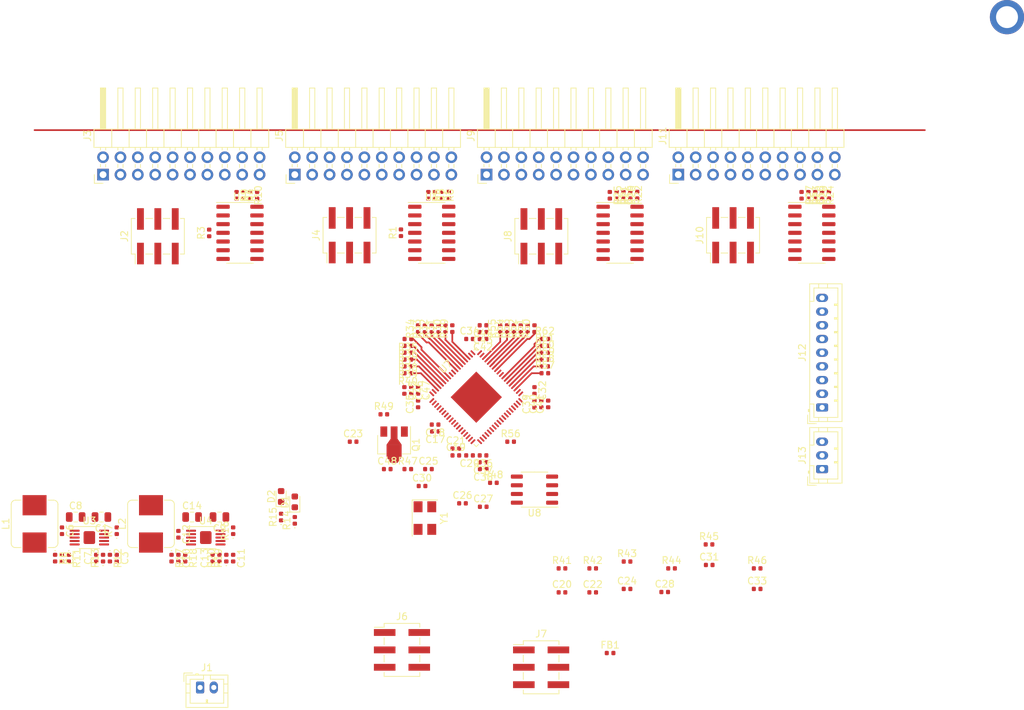
<source format=kicad_pcb>
(kicad_pcb (version 20171130) (host pcbnew "(5.1.5)-3")
  (layers (0 F.Cu signal) (31 B.Cu signal) (34 B.Paste user) (35 F.Paste user) (36 B.SilkS user) (37 F.SilkS user) (38 B.Mask user) (39 F.Mask user) (44 Edge.Cuts user))
  (net 0 "")
  (net 1 GND)
  (net 2 VDD)
  (net 3 "Net-(C2-Pad1)")
  (net 4 "Net-(C3-Pad1)")
  (net 5 +3V3)
  (net 6 "Net-(C6-Pad2)")
  (net 7 "Net-(C6-Pad1)")
  (net 8 "Net-(C7-Pad2)")
  (net 9 +5V)
  (net 10 "Net-(C10-Pad1)")
  (net 11 "Net-(C11-Pad1)")
  (net 12 "Net-(C12-Pad2)")
  (net 13 "Net-(C12-Pad1)")
  (net 14 "Net-(C13-Pad2)")
  (net 15 "Net-(C20-Pad1)")
  (net 16 "Net-(C22-Pad1)")
  (net 17 /DSP/IOVDD)
  (net 18 "Net-(C24-Pad1)")
  (net 19 VDDA)
  (net 20 "Net-(C25-Pad1)")
  (net 21 "Net-(C26-Pad1)")
  (net 22 "Net-(C27-Pad1)")
  (net 23 "Net-(C28-Pad1)")
  (net 24 "Net-(C30-Pad1)")
  (net 25 "Net-(C31-Pad1)")
  (net 26 "Net-(C33-Pad1)")
  (net 27 /DSP/DVDD)
  (net 28 "Net-(D1-Pad1)")
  (net 29 "Net-(D2-Pad1)")
  (net 30 /SPI_MOSI)
  (net 31 /SPI_SCK)
  (net 32 "Net-(J2-Pad4)")
  (net 33 "Net-(J2-Pad3)")
  (net 34 /I2C_SDA)
  (net 35 /I2C_SCL)
  (net 36 /MCLK)
  (net 37 /SDI0)
  (net 38 "Net-(J3-Pad12)")
  (net 39 "Net-(J3-Pad11)")
  (net 40 /SPI_SS3)
  (net 41 /SPI_MISO)
  (net 42 "Net-(J3-Pad7)")
  (net 43 /MUTE)
  (net 44 /SHDN)
  (net 45 "Net-(J4-Pad4)")
  (net 46 "Net-(J4-Pad3)")
  (net 47 /SDI1)
  (net 48 "Net-(J5-Pad12)")
  (net 49 "Net-(J5-Pad11)")
  (net 50 /SPI_SS4)
  (net 51 "Net-(J5-Pad7)")
  (net 52 "Net-(J6-Pad6)")
  (net 53 "Net-(J6-Pad5)")
  (net 54 "Net-(J6-Pad4)")
  (net 55 "Net-(J6-Pad3)")
  (net 56 "Net-(J6-Pad2)")
  (net 57 "Net-(J6-Pad1)")
  (net 58 "Net-(J7-Pad6)")
  (net 59 "Net-(J7-Pad5)")
  (net 60 "Net-(J7-Pad4)")
  (net 61 "Net-(J7-Pad3)")
  (net 62 "Net-(J7-Pad2)")
  (net 63 "Net-(J7-Pad1)")
  (net 64 "Net-(J8-Pad4)")
  (net 65 "Net-(J8-Pad3)")
  (net 66 "Net-(J9-Pad12)")
  (net 67 "Net-(J9-Pad11)")
  (net 68 "Net-(J10-Pad4)")
  (net 69 "Net-(J10-Pad3)")
  (net 70 "Net-(J11-Pad12)")
  (net 71 "Net-(J11-Pad11)")
  (net 72 "Net-(Q1-Pad1)")
  (net 73 "Net-(R1-Pad2)")
  (net 74 /DSP/SDI0)
  (net 75 "Net-(R2-Pad2)")
  (net 76 "Net-(R3-Pad2)")
  (net 77 /DSP/SDI1)
  (net 78 "Net-(R4-Pad2)")
  (net 79 "Net-(R5-Pad2)")
  (net 80 "Net-(R6-Pad2)")
  (net 81 "Net-(R7-Pad2)")
  (net 82 "Net-(R8-Pad2)")
  (net 83 "Net-(R9-Pad2)")
  (net 84 "Net-(R10-Pad2)")
  (net 85 "Net-(R11-Pad1)")
  (net 86 /PG_5V)
  (net 87 /PG_3V3)
  (net 88 "Net-(R16-Pad2)")
  (net 89 "Net-(R17-Pad2)")
  (net 90 "Net-(R18-Pad1)")
  (net 91 "Net-(R21-Pad2)")
  (net 92 "Net-(R22-Pad2)")
  (net 93 "Net-(R23-Pad2)")
  (net 94 "Net-(R24-Pad2)")
  (net 95 "Net-(R25-Pad2)")
  (net 96 "Net-(R26-Pad2)")
  (net 97 "Net-(R27-Pad2)")
  (net 98 "Net-(R28-Pad2)")
  (net 99 /DSP/BCLKI0)
  (net 100 "Net-(R29-Pad1)")
  (net 101 "Net-(R30-Pad1)")
  (net 102 "Net-(R31-Pad1)")
  (net 103 /DSP/BCLKI1)
  (net 104 "Net-(R32-Pad1)")
  (net 105 /DSP/LRCLKI1)
  (net 106 "Net-(R33-Pad1)")
  (net 107 "Net-(R34-Pad1)")
  (net 108 /DSP/LRCLKI2)
  (net 109 "Net-(R35-Pad1)")
  (net 110 /DSP/BCLKI2)
  (net 111 "Net-(R36-Pad1)")
  (net 112 /DSP/SDI2)
  (net 113 "Net-(R37-Pad1)")
  (net 114 /DSP/LRCLKI3)
  (net 115 "Net-(R38-Pad1)")
  (net 116 /DSP/BCLKI3)
  (net 117 "Net-(R39-Pad1)")
  (net 118 /DSP/SDI3)
  (net 119 "Net-(R40-Pad1)")
  (net 120 /DSP/ADC0)
  (net 121 /DSP/ADC1)
  (net 122 /DSP/ADC2)
  (net 123 /DSP/ADC3)
  (net 124 /DSP/ADC4)
  (net 125 /DSP/ADC5)
  (net 126 "Net-(R48-Pad1)")
  (net 127 /DSP/LRCLKO2)
  (net 128 "Net-(R50-Pad1)")
  (net 129 /DSP/BCLKO2)
  (net 130 "Net-(R51-Pad1)")
  (net 131 /DSP/SDO2)
  (net 132 "Net-(R52-Pad1)")
  (net 133 /DSP/LRCLKO3)
  (net 134 "Net-(R53-Pad1)")
  (net 135 /DSP/BCLKO3)
  (net 136 "Net-(R54-Pad1)")
  (net 137 /DSP/SDO3)
  (net 138 "Net-(R55-Pad1)")
  (net 139 "Net-(R56-Pad1)")
  (net 140 /DSP/LRCLKO0)
  (net 141 "Net-(R57-Pad1)")
  (net 142 /DSP/BCLKO0)
  (net 143 "Net-(R58-Pad1)")
  (net 144 /DSP/SDO0)
  (net 145 "Net-(R59-Pad1)")
  (net 146 /DSP/LRCLKO1)
  (net 147 "Net-(R60-Pad1)")
  (net 148 /DSP/BCLKO1)
  (net 149 "Net-(R61-Pad1)")
  (net 150 /DSP/SDO1)
  (net 151 "Net-(R62-Pad1)")
  (net 152 "Net-(U7-Pad64)")
  (net 153 "Net-(U7-Pad63)")
  (net 154 /DSP/MP7)
  (net 155 /DSP/MP6)
  (net 156 /DSP/SELFBOOT)
  (net 157 /DSP/SS)
  (net 158 /DSP/MOSI)
  (net 159 /DSP/SCLK)
  (net 160 /DSP/MISO)
  (net 161 "Net-(U7-Pad29)")
  (net 162 "Net-(U7-Pad28)")
  (net 163 "Net-(U7-Pad27)")
  (net 164 "Net-(U7-Pad26)")
  (net 165 /DSP/nRESET)
  (net 166 /DSP/SPDIFOUT)
  (net 167 /DSP/SPDIFIN)
  (net 168 /DSP/LRCLKI0)
  (net 169 "Net-(U8-Pad3)")
  (net 170 "Net-(J3-Pad19)")
  (net 171 "Net-(J3-Pad17)")
  (net 172 "Net-(J3-Pad15)")
  (net 173 "Net-(J5-Pad19)")
  (net 174 "Net-(J5-Pad17)")
  (net 175 "Net-(J5-Pad15)")
  (net 176 "Net-(J9-Pad19)")
  (net 177 "Net-(J9-Pad17)")
  (net 178 "Net-(J9-Pad15)")
  (net 179 "Net-(J9-Pad13)")
  (net 180 "Net-(J11-Pad19)")
  (net 181 "Net-(J11-Pad17)")
  (net 182 "Net-(J11-Pad15)")
  (net 183 "Net-(J11-Pad13)")
  (net 184 /SPI_SS2)
  (net 185 /SPI_SS1)
  (net 186 /SPI_SS0)
  (module Crystal:Crystal_SMD_5032-4Pin_5.0x3.2mm (layer F.Cu) (at 123 111.15 270)
    (fp_text reference Y1 (at 0 -2.8 90) (layer F.SilkS))
    (fp_text value 12.288MHz)
    (pad 4 smd rect (at -1.65 -1 270) (size 1.6 1.3) (layers F.Cu F.Paste F.Mask) (net 1 GND))
    (pad 3 smd rect (at 1.65 -1 270) (size 1.6 1.3) (layers F.Cu F.Paste F.Mask) (net 21 "Net-(C26-Pad1)"))
    (pad 2 smd rect (at 1.65 1 270) (size 1.6 1.3) (layers F.Cu F.Paste F.Mask) (net 1 GND))
    (pad 1 smd rect (at -1.65 1 270) (size 1.6 1.3) (layers F.Cu F.Paste F.Mask) (net 22 "Net-(C27-Pad1)"))
  )
  (module Connector_JST:JST_PH_B9B-PH-K_1x09_P2.00mm_Vertical (layer F.Cu) (at 181 95 90)
    (fp_text reference J12 (at 8 -2.9 90) (layer F.SilkS))
    (fp_text value Conn_01x09_Male)
    (pad 9 thru_hole oval (at 16 0 90) (size 1.2 1.75) (drill 0.75) (layers *.Cu *.Mask) (net 50 /SPI_SS4))
    (pad 8 thru_hole oval (at 14 0 90) (size 1.2 1.75) (drill 0.75) (layers *.Cu *.Mask) (net 40 /SPI_SS3))
    (pad 7 thru_hole oval (at 12 0 90) (size 1.2 1.75) (drill 0.75) (layers *.Cu *.Mask) (net 184 /SPI_SS2))
    (pad 6 thru_hole oval (at 10 0 90) (size 1.2 1.75) (drill 0.75) (layers *.Cu *.Mask) (net 185 /SPI_SS1))
    (pad 5 thru_hole oval (at 8 0 90) (size 1.2 1.75) (drill 0.75) (layers *.Cu *.Mask) (net 186 /SPI_SS0))
    (pad 4 thru_hole oval (at 6 0 90) (size 1.2 1.75) (drill 0.75) (layers *.Cu *.Mask) (net 30 /SPI_MOSI))
    (pad 3 thru_hole oval (at 4 0 90) (size 1.2 1.75) (drill 0.75) (layers *.Cu *.Mask) (net 41 /SPI_MISO))
    (pad 2 thru_hole oval (at 2 0 90) (size 1.2 1.75) (drill 0.75) (layers *.Cu *.Mask) (net 31 /SPI_SCK))
    (pad 1 thru_hole roundrect (at 0 0 90) (size 1.2 1.75) (drill 0.75) (layers *.Cu *.Mask) (roundrect_rratio 0.208333) (net 1 GND))
  )
  (module Connector_JST:JST_PH_B3B-PH-K_1x03_P2.00mm_Vertical (layer F.Cu) (at 181 104 90)
    (fp_text reference J13 (at 2 -2.9 90) (layer F.SilkS))
    (fp_text value Conn_01x03_Male)
    (pad 3 thru_hole oval (at 4 0 90) (size 1.2 1.75) (drill 0.75) (layers *.Cu *.Mask) (net 34 /I2C_SDA))
    (pad 2 thru_hole oval (at 2 0 90) (size 1.2 1.75) (drill 0.75) (layers *.Cu *.Mask) (net 35 /I2C_SCL))
    (pad 1 thru_hole roundrect (at 0 0 90) (size 1.2 1.75) (drill 0.75) (layers *.Cu *.Mask) (roundrect_rratio 0.208333) (net 1 GND))
  )
  (module Inductor_SMD:L_Bourns_SRP7028A_7.3x6.6mm (layer F.Cu) (at 83 112 90)
    (fp_text reference L2 (at 0 -4.2 90) (layer F.SilkS))
    (fp_text value 10u)
    (pad 2 smd rect (at 2.725 0 90) (size 2.95 3.5) (layers F.Cu F.Paste F.Mask) (net 5 +3V3))
    (pad 1 smd rect (at -2.725 0 90) (size 2.95 3.5) (layers F.Cu F.Paste F.Mask) (net 12 "Net-(C12-Pad2)"))
  )
  (module Inductor_SMD:L_Bourns_SRP7028A_7.3x6.6mm (layer F.Cu) (at 66 112 90)
    (fp_text reference L1 (at 0 -4.2 90) (layer F.SilkS))
    (fp_text value 10u)
    (pad 2 smd rect (at 2.725 0 90) (size 2.95 3.5) (layers F.Cu F.Paste F.Mask) (net 9 +5V))
    (pad 1 smd rect (at -2.725 0 90) (size 2.95 3.5) (layers F.Cu F.Paste F.Mask) (net 6 "Net-(C6-Pad2)"))
  )
  (module Package_SO:SO-8_3.9x4.9mm_P1.27mm (layer F.Cu) (at 139 107 180)
    (fp_text reference U8 (at 0 -3.4) (layer F.SilkS))
    (fp_text value M95M01)
    (pad 8 smd roundrect (at 2.575 -1.905 180) (size 1.75 0.6) (layers F.Cu F.Paste F.Mask) (net 2 VDD))
    (pad 7 smd roundrect (at 2.575 -0.635 180) (size 1.75 0.6) (layers F.Cu F.Paste F.Mask) (net 169 "Net-(U8-Pad3)"))
    (pad 6 smd roundrect (at 2.575 0.635 180) (size 1.75 0.6) (layers F.Cu F.Paste F.Mask) (net 162 "Net-(U7-Pad28)"))
    (pad 5 smd roundrect (at 2.575 1.905 180) (size 1.75 0.6) (layers F.Cu F.Paste F.Mask) (net 163 "Net-(U7-Pad27)"))
    (pad 4 smd roundrect (at -2.575 1.905 180) (size 1.75 0.6) (layers F.Cu F.Paste F.Mask) (net 1 GND))
    (pad 3 smd roundrect (at -2.575 0.635 180) (size 1.75 0.6) (layers F.Cu F.Paste F.Mask) (net 169 "Net-(U8-Pad3)"))
    (pad 2 smd roundrect (at -2.575 -0.635 180) (size 1.75 0.6) (layers F.Cu F.Paste F.Mask) (net 161 "Net-(U7-Pad29)"))
    (pad 1 smd roundrect (at -2.575 -1.905 180) (size 1.75 0.6) (layers F.Cu F.Paste F.Mask) (net 164 "Net-(U7-Pad26)"))
  )
  (module Connector_PinHeader_2.54mm:PinHeader_2x10_P2.54mm_Horizontal (layer F.Cu) (at 76 61 90)
    (fp_text reference J3 (at 5.655 -2.27 90) (layer F.SilkS))
    (fp_text value 02x10)
    (pad 20 thru_hole oval (at 2.54 22.86 90) (size 1.7 1.7) (drill 1) (layers *.Cu *.Mask) (net 1 GND))
    (pad 19 thru_hole oval (at 0 22.86 90) (size 1.7 1.7) (drill 1) (layers *.Cu *.Mask) (net 170 "Net-(J3-Pad19)"))
    (pad 18 thru_hole oval (at 2.54 20.32 90) (size 1.7 1.7) (drill 1) (layers *.Cu *.Mask) (net 1 GND))
    (pad 17 thru_hole oval (at 0 20.32 90) (size 1.7 1.7) (drill 1) (layers *.Cu *.Mask) (net 171 "Net-(J3-Pad17)"))
    (pad 16 thru_hole oval (at 2.54 17.78 90) (size 1.7 1.7) (drill 1) (layers *.Cu *.Mask) (net 1 GND))
    (pad 15 thru_hole oval (at 0 17.78 90) (size 1.7 1.7) (drill 1) (layers *.Cu *.Mask) (net 172 "Net-(J3-Pad15)"))
    (pad 14 thru_hole oval (at 2.54 15.24 90) (size 1.7 1.7) (drill 1) (layers *.Cu *.Mask) (net 1 GND))
    (pad 13 thru_hole oval (at 0 15.24 90) (size 1.7 1.7) (drill 1) (layers *.Cu *.Mask) (net 37 /SDI0))
    (pad 12 thru_hole oval (at 2.54 12.7 90) (size 1.7 1.7) (drill 1) (layers *.Cu *.Mask) (net 38 "Net-(J3-Pad12)"))
    (pad 11 thru_hole oval (at 0 12.7 90) (size 1.7 1.7) (drill 1) (layers *.Cu *.Mask) (net 39 "Net-(J3-Pad11)"))
    (pad 10 thru_hole oval (at 2.54 10.16 90) (size 1.7 1.7) (drill 1) (layers *.Cu *.Mask) (net 40 /SPI_SS3))
    (pad 9 thru_hole oval (at 0 10.16 90) (size 1.7 1.7) (drill 1) (layers *.Cu *.Mask) (net 41 /SPI_MISO))
    (pad 8 thru_hole oval (at 2.54 7.62 90) (size 1.7 1.7) (drill 1) (layers *.Cu *.Mask) (net 32 "Net-(J2-Pad4)"))
    (pad 7 thru_hole oval (at 0 7.62 90) (size 1.7 1.7) (drill 1) (layers *.Cu *.Mask) (net 42 "Net-(J3-Pad7)"))
    (pad 6 thru_hole oval (at 2.54 5.08 90) (size 1.7 1.7) (drill 1) (layers *.Cu *.Mask) (net 43 /MUTE))
    (pad 5 thru_hole oval (at 0 5.08 90) (size 1.7 1.7) (drill 1) (layers *.Cu *.Mask) (net 44 /SHDN))
    (pad 4 thru_hole oval (at 2.54 2.54 90) (size 1.7 1.7) (drill 1) (layers *.Cu *.Mask) (net 1 GND))
    (pad 3 thru_hole oval (at 0 2.54 90) (size 1.7 1.7) (drill 1) (layers *.Cu *.Mask) (net 1 GND))
    (pad 2 thru_hole oval (at 2.54 0 90) (size 1.7 1.7) (drill 1) (layers *.Cu *.Mask) (net 9 +5V))
    (pad 1 thru_hole rect (at 0 0 90) (size 1.7 1.7) (drill 1) (layers *.Cu *.Mask) (net 5 +3V3))
  )
  (module Connector_PinHeader_2.54mm:PinHeader_2x10_P2.54mm_Horizontal (layer F.Cu) (at 160 61 90)
    (fp_text reference J11 (at 5.655 -2.27 90) (layer F.SilkS))
    (fp_text value 02x10)
    (pad 20 thru_hole oval (at 2.54 22.86 90) (size 1.7 1.7) (drill 1) (layers *.Cu *.Mask) (net 1 GND))
    (pad 19 thru_hole oval (at 0 22.86 90) (size 1.7 1.7) (drill 1) (layers *.Cu *.Mask) (net 180 "Net-(J11-Pad19)"))
    (pad 18 thru_hole oval (at 2.54 20.32 90) (size 1.7 1.7) (drill 1) (layers *.Cu *.Mask) (net 1 GND))
    (pad 17 thru_hole oval (at 0 20.32 90) (size 1.7 1.7) (drill 1) (layers *.Cu *.Mask) (net 181 "Net-(J11-Pad17)"))
    (pad 16 thru_hole oval (at 2.54 17.78 90) (size 1.7 1.7) (drill 1) (layers *.Cu *.Mask) (net 1 GND))
    (pad 15 thru_hole oval (at 0 17.78 90) (size 1.7 1.7) (drill 1) (layers *.Cu *.Mask) (net 182 "Net-(J11-Pad15)"))
    (pad 14 thru_hole oval (at 2.54 15.24 90) (size 1.7 1.7) (drill 1) (layers *.Cu *.Mask) (net 1 GND))
    (pad 13 thru_hole oval (at 0 15.24 90) (size 1.7 1.7) (drill 1) (layers *.Cu *.Mask) (net 183 "Net-(J11-Pad13)"))
    (pad 12 thru_hole oval (at 2.54 12.7 90) (size 1.7 1.7) (drill 1) (layers *.Cu *.Mask) (net 70 "Net-(J11-Pad12)"))
    (pad 11 thru_hole oval (at 0 12.7 90) (size 1.7 1.7) (drill 1) (layers *.Cu *.Mask) (net 71 "Net-(J11-Pad11)"))
    (pad 10 thru_hole oval (at 2.54 10.16 90) (size 1.7 1.7) (drill 1) (layers *.Cu *.Mask) (net 50 /SPI_SS4))
    (pad 9 thru_hole oval (at 0 10.16 90) (size 1.7 1.7) (drill 1) (layers *.Cu *.Mask) (net 41 /SPI_MISO))
    (pad 8 thru_hole oval (at 2.54 7.62 90) (size 1.7 1.7) (drill 1) (layers *.Cu *.Mask) (net 68 "Net-(J10-Pad4)"))
    (pad 7 thru_hole oval (at 0 7.62 90) (size 1.7 1.7) (drill 1) (layers *.Cu *.Mask) (net 69 "Net-(J10-Pad3)"))
    (pad 6 thru_hole oval (at 2.54 5.08 90) (size 1.7 1.7) (drill 1) (layers *.Cu *.Mask) (net 43 /MUTE))
    (pad 5 thru_hole oval (at 0 5.08 90) (size 1.7 1.7) (drill 1) (layers *.Cu *.Mask) (net 44 /SHDN))
    (pad 4 thru_hole oval (at 2.54 2.54 90) (size 1.7 1.7) (drill 1) (layers *.Cu *.Mask) (net 1 GND))
    (pad 3 thru_hole oval (at 0 2.54 90) (size 1.7 1.7) (drill 1) (layers *.Cu *.Mask) (net 1 GND))
    (pad 2 thru_hole oval (at 2.54 0 90) (size 1.7 1.7) (drill 1) (layers *.Cu *.Mask) (net 9 +5V))
    (pad 1 thru_hole rect (at 0 0 90) (size 1.7 1.7) (drill 1) (layers *.Cu *.Mask) (net 5 +3V3))
  )
  (module Connector_PinHeader_2.54mm:PinHeader_2x10_P2.54mm_Horizontal (layer F.Cu) (at 132 61 90)
    (fp_text reference J9 (at 5.655 -2.27 90) (layer F.SilkS))
    (fp_text value 02x10)
    (pad 20 thru_hole oval (at 2.54 22.86 90) (size 1.7 1.7) (drill 1) (layers *.Cu *.Mask) (net 1 GND))
    (pad 19 thru_hole oval (at 0 22.86 90) (size 1.7 1.7) (drill 1) (layers *.Cu *.Mask) (net 176 "Net-(J9-Pad19)"))
    (pad 18 thru_hole oval (at 2.54 20.32 90) (size 1.7 1.7) (drill 1) (layers *.Cu *.Mask) (net 1 GND))
    (pad 17 thru_hole oval (at 0 20.32 90) (size 1.7 1.7) (drill 1) (layers *.Cu *.Mask) (net 177 "Net-(J9-Pad17)"))
    (pad 16 thru_hole oval (at 2.54 17.78 90) (size 1.7 1.7) (drill 1) (layers *.Cu *.Mask) (net 1 GND))
    (pad 15 thru_hole oval (at 0 17.78 90) (size 1.7 1.7) (drill 1) (layers *.Cu *.Mask) (net 178 "Net-(J9-Pad15)"))
    (pad 14 thru_hole oval (at 2.54 15.24 90) (size 1.7 1.7) (drill 1) (layers *.Cu *.Mask) (net 1 GND))
    (pad 13 thru_hole oval (at 0 15.24 90) (size 1.7 1.7) (drill 1) (layers *.Cu *.Mask) (net 179 "Net-(J9-Pad13)"))
    (pad 12 thru_hole oval (at 2.54 12.7 90) (size 1.7 1.7) (drill 1) (layers *.Cu *.Mask) (net 66 "Net-(J9-Pad12)"))
    (pad 11 thru_hole oval (at 0 12.7 90) (size 1.7 1.7) (drill 1) (layers *.Cu *.Mask) (net 67 "Net-(J9-Pad11)"))
    (pad 10 thru_hole oval (at 2.54 10.16 90) (size 1.7 1.7) (drill 1) (layers *.Cu *.Mask) (net 40 /SPI_SS3))
    (pad 9 thru_hole oval (at 0 10.16 90) (size 1.7 1.7) (drill 1) (layers *.Cu *.Mask) (net 41 /SPI_MISO))
    (pad 8 thru_hole oval (at 2.54 7.62 90) (size 1.7 1.7) (drill 1) (layers *.Cu *.Mask) (net 64 "Net-(J8-Pad4)"))
    (pad 7 thru_hole oval (at 0 7.62 90) (size 1.7 1.7) (drill 1) (layers *.Cu *.Mask) (net 65 "Net-(J8-Pad3)"))
    (pad 6 thru_hole oval (at 2.54 5.08 90) (size 1.7 1.7) (drill 1) (layers *.Cu *.Mask) (net 43 /MUTE))
    (pad 5 thru_hole oval (at 0 5.08 90) (size 1.7 1.7) (drill 1) (layers *.Cu *.Mask) (net 44 /SHDN))
    (pad 4 thru_hole oval (at 2.54 2.54 90) (size 1.7 1.7) (drill 1) (layers *.Cu *.Mask) (net 1 GND))
    (pad 3 thru_hole oval (at 0 2.54 90) (size 1.7 1.7) (drill 1) (layers *.Cu *.Mask) (net 1 GND))
    (pad 2 thru_hole oval (at 2.54 0 90) (size 1.7 1.7) (drill 1) (layers *.Cu *.Mask) (net 9 +5V))
    (pad 1 thru_hole rect (at 0 0 90) (size 1.7 1.7) (drill 1) (layers *.Cu *.Mask) (net 5 +3V3))
  )
  (module Connector_PinHeader_2.54mm:PinHeader_2x10_P2.54mm_Horizontal (layer F.Cu) (at 104 61 90)
    (fp_text reference J5 (at 5.655 -2.27 90) (layer F.SilkS))
    (fp_text value 02x10)
    (pad 20 thru_hole oval (at 2.54 22.86 90) (size 1.7 1.7) (drill 1) (layers *.Cu *.Mask) (net 1 GND))
    (pad 19 thru_hole oval (at 0 22.86 90) (size 1.7 1.7) (drill 1) (layers *.Cu *.Mask) (net 173 "Net-(J5-Pad19)"))
    (pad 18 thru_hole oval (at 2.54 20.32 90) (size 1.7 1.7) (drill 1) (layers *.Cu *.Mask) (net 1 GND))
    (pad 17 thru_hole oval (at 0 20.32 90) (size 1.7 1.7) (drill 1) (layers *.Cu *.Mask) (net 174 "Net-(J5-Pad17)"))
    (pad 16 thru_hole oval (at 2.54 17.78 90) (size 1.7 1.7) (drill 1) (layers *.Cu *.Mask) (net 1 GND))
    (pad 15 thru_hole oval (at 0 17.78 90) (size 1.7 1.7) (drill 1) (layers *.Cu *.Mask) (net 175 "Net-(J5-Pad15)"))
    (pad 14 thru_hole oval (at 2.54 15.24 90) (size 1.7 1.7) (drill 1) (layers *.Cu *.Mask) (net 1 GND))
    (pad 13 thru_hole oval (at 0 15.24 90) (size 1.7 1.7) (drill 1) (layers *.Cu *.Mask) (net 47 /SDI1))
    (pad 12 thru_hole oval (at 2.54 12.7 90) (size 1.7 1.7) (drill 1) (layers *.Cu *.Mask) (net 48 "Net-(J5-Pad12)"))
    (pad 11 thru_hole oval (at 0 12.7 90) (size 1.7 1.7) (drill 1) (layers *.Cu *.Mask) (net 49 "Net-(J5-Pad11)"))
    (pad 10 thru_hole oval (at 2.54 10.16 90) (size 1.7 1.7) (drill 1) (layers *.Cu *.Mask) (net 50 /SPI_SS4))
    (pad 9 thru_hole oval (at 0 10.16 90) (size 1.7 1.7) (drill 1) (layers *.Cu *.Mask) (net 41 /SPI_MISO))
    (pad 8 thru_hole oval (at 2.54 7.62 90) (size 1.7 1.7) (drill 1) (layers *.Cu *.Mask) (net 45 "Net-(J4-Pad4)"))
    (pad 7 thru_hole oval (at 0 7.62 90) (size 1.7 1.7) (drill 1) (layers *.Cu *.Mask) (net 51 "Net-(J5-Pad7)"))
    (pad 6 thru_hole oval (at 2.54 5.08 90) (size 1.7 1.7) (drill 1) (layers *.Cu *.Mask) (net 43 /MUTE))
    (pad 5 thru_hole oval (at 0 5.08 90) (size 1.7 1.7) (drill 1) (layers *.Cu *.Mask) (net 44 /SHDN))
    (pad 4 thru_hole oval (at 2.54 2.54 90) (size 1.7 1.7) (drill 1) (layers *.Cu *.Mask) (net 1 GND))
    (pad 3 thru_hole oval (at 0 2.54 90) (size 1.7 1.7) (drill 1) (layers *.Cu *.Mask) (net 1 GND))
    (pad 2 thru_hole oval (at 2.54 0 90) (size 1.7 1.7) (drill 1) (layers *.Cu *.Mask) (net 9 +5V))
    (pad 1 thru_hole rect (at 0 0 90) (size 1.7 1.7) (drill 1) (layers *.Cu *.Mask) (net 5 +3V3))
  )
  (module Package_SO:SOIC-14_3.9x8.7mm_P1.27mm (layer F.Cu) (at 179.5 69.5)
    (fp_text reference U6 (at 0 -5.28) (layer F.SilkS))
    (fp_text value SN74AHC125)
    (pad 14 smd roundrect (at 2.475 -3.81) (size 1.95 0.6) (layers F.Cu F.Paste F.Mask) (net 5 +3V3))
    (pad 13 smd roundrect (at 2.475 -2.54) (size 1.95 0.6) (layers F.Cu F.Paste F.Mask) (net 94 "Net-(R24-Pad2)"))
    (pad 12 smd roundrect (at 2.475 -1.27) (size 1.95 0.6) (layers F.Cu F.Paste F.Mask) (net 36 /MCLK))
    (pad 11 smd roundrect (at 2.475 0) (size 1.95 0.6) (layers F.Cu F.Paste F.Mask) (net 1 GND))
    (pad 10 smd roundrect (at 2.475 1.27) (size 1.95 0.6) (layers F.Cu F.Paste F.Mask) (net 98 "Net-(R28-Pad2)"))
    (pad 9 smd roundrect (at 2.475 2.54) (size 1.95 0.6) (layers F.Cu F.Paste F.Mask) (net 127 /DSP/LRCLKO2))
    (pad 8 smd roundrect (at 2.475 3.81) (size 1.95 0.6) (layers F.Cu F.Paste F.Mask) (net 1 GND))
    (pad 7 smd roundrect (at -2.475 3.81) (size 1.95 0.6) (layers F.Cu F.Paste F.Mask) (net 1 GND))
    (pad 6 smd roundrect (at -2.475 2.54) (size 1.95 0.6) (layers F.Cu F.Paste F.Mask) (net 93 "Net-(R23-Pad2)"))
    (pad 5 smd roundrect (at -2.475 1.27) (size 1.95 0.6) (layers F.Cu F.Paste F.Mask) (net 129 /DSP/BCLKO2))
    (pad 4 smd roundrect (at -2.475 0) (size 1.95 0.6) (layers F.Cu F.Paste F.Mask) (net 1 GND))
    (pad 3 smd roundrect (at -2.475 -1.27) (size 1.95 0.6) (layers F.Cu F.Paste F.Mask) (net 97 "Net-(R27-Pad2)"))
    (pad 2 smd roundrect (at -2.475 -2.54) (size 1.95 0.6) (layers F.Cu F.Paste F.Mask) (net 131 /DSP/SDO2))
    (pad 1 smd roundrect (at -2.475 -3.81) (size 1.95 0.6) (layers F.Cu F.Paste F.Mask) (net 1 GND))
  )
  (module Package_CSP:LFCSP-72-1EP_10x10mm_P0.5mm_EP5.3x5.3mm (layer F.Cu) (at 130.5 93.5 45)
    (fp_text reference U7 (at 0 -6.32 45) (layer F.SilkS))
    (fp_text value ADAU1452)
    (pad 73 smd rect (at 0 0 45) (size 5.3 5.3) (layers F.Cu F.Mask) (net 1 GND))
    (pad 72 smd roundrect (at -4.25 -4.9375 45) (size 0.25 0.875) (layers F.Cu F.Paste F.Mask) (net 1 GND))
    (pad 71 smd roundrect (at -3.75 -4.9375 45) (size 0.25 0.875) (layers F.Cu F.Paste F.Mask) (net 27 /DSP/DVDD))
    (pad 70 smd roundrect (at -3.25 -4.9375 45) (size 0.25 0.875) (layers F.Cu F.Paste F.Mask) (net 119 "Net-(R40-Pad1)"))
    (pad 69 smd roundrect (at -2.75 -4.9375 45) (size 0.25 0.875) (layers F.Cu F.Paste F.Mask) (net 117 "Net-(R39-Pad1)"))
    (pad 68 smd roundrect (at -2.25 -4.9375 45) (size 0.25 0.875) (layers F.Cu F.Paste F.Mask) (net 115 "Net-(R38-Pad1)"))
    (pad 67 smd roundrect (at -1.75 -4.9375 45) (size 0.25 0.875) (layers F.Cu F.Paste F.Mask) (net 113 "Net-(R37-Pad1)"))
    (pad 66 smd roundrect (at -1.25 -4.9375 45) (size 0.25 0.875) (layers F.Cu F.Paste F.Mask) (net 111 "Net-(R36-Pad1)"))
    (pad 65 smd roundrect (at -0.75 -4.9375 45) (size 0.25 0.875) (layers F.Cu F.Paste F.Mask) (net 109 "Net-(R35-Pad1)"))
    (pad 64 smd roundrect (at -0.25 -4.9375 45) (size 0.25 0.875) (layers F.Cu F.Paste F.Mask) (net 152 "Net-(U7-Pad64)"))
    (pad 63 smd roundrect (at 0.25 -4.9375 45) (size 0.25 0.875) (layers F.Cu F.Paste F.Mask) (net 153 "Net-(U7-Pad63)"))
    (pad 62 smd roundrect (at 0.75 -4.9375 45) (size 0.25 0.875) (layers F.Cu F.Paste F.Mask) (net 107 "Net-(R34-Pad1)"))
    (pad 61 smd roundrect (at 1.25 -4.9375 45) (size 0.25 0.875) (layers F.Cu F.Paste F.Mask) (net 106 "Net-(R33-Pad1)"))
    (pad 60 smd roundrect (at 1.75 -4.9375 45) (size 0.25 0.875) (layers F.Cu F.Paste F.Mask) (net 104 "Net-(R32-Pad1)"))
    (pad 59 smd roundrect (at 2.25 -4.9375 45) (size 0.25 0.875) (layers F.Cu F.Paste F.Mask) (net 102 "Net-(R31-Pad1)"))
    (pad 58 smd roundrect (at 2.75 -4.9375 45) (size 0.25 0.875) (layers F.Cu F.Paste F.Mask) (net 101 "Net-(R30-Pad1)"))
    (pad 57 smd roundrect (at 3.25 -4.9375 45) (size 0.25 0.875) (layers F.Cu F.Paste F.Mask) (net 100 "Net-(R29-Pad1)"))
    (pad 56 smd roundrect (at 3.75 -4.9375 45) (size 0.25 0.875) (layers F.Cu F.Paste F.Mask) (net 17 /DSP/IOVDD))
    (pad 55 smd roundrect (at 4.25 -4.9375 45) (size 0.25 0.875) (layers F.Cu F.Paste F.Mask) (net 1 GND))
    (pad 54 smd roundrect (at 4.9375 -4.25 45) (size 0.875 0.25) (layers F.Cu F.Paste F.Mask) (net 1 GND))
    (pad 53 smd roundrect (at 4.9375 -3.75 45) (size 0.875 0.25) (layers F.Cu F.Paste F.Mask) (net 27 /DSP/DVDD))
    (pad 52 smd roundrect (at 4.9375 -3.25 45) (size 0.875 0.25) (layers F.Cu F.Paste F.Mask) (net 138 "Net-(R55-Pad1)"))
    (pad 51 smd roundrect (at 4.9375 -2.75 45) (size 0.875 0.25) (layers F.Cu F.Paste F.Mask) (net 136 "Net-(R54-Pad1)"))
    (pad 50 smd roundrect (at 4.9375 -2.25 45) (size 0.875 0.25) (layers F.Cu F.Paste F.Mask) (net 134 "Net-(R53-Pad1)"))
    (pad 49 smd roundrect (at 4.9375 -1.75 45) (size 0.875 0.25) (layers F.Cu F.Paste F.Mask) (net 132 "Net-(R52-Pad1)"))
    (pad 48 smd roundrect (at 4.9375 -1.25 45) (size 0.875 0.25) (layers F.Cu F.Paste F.Mask) (net 130 "Net-(R51-Pad1)"))
    (pad 47 smd roundrect (at 4.9375 -0.75 45) (size 0.875 0.25) (layers F.Cu F.Paste F.Mask) (net 128 "Net-(R50-Pad1)"))
    (pad 46 smd roundrect (at 4.9375 -0.25 45) (size 0.875 0.25) (layers F.Cu F.Paste F.Mask) (net 154 /DSP/MP7))
    (pad 45 smd roundrect (at 4.9375 0.25 45) (size 0.875 0.25) (layers F.Cu F.Paste F.Mask) (net 155 /DSP/MP6))
    (pad 44 smd roundrect (at 4.9375 0.75 45) (size 0.875 0.25) (layers F.Cu F.Paste F.Mask) (net 151 "Net-(R62-Pad1)"))
    (pad 43 smd roundrect (at 4.9375 1.25 45) (size 0.875 0.25) (layers F.Cu F.Paste F.Mask) (net 149 "Net-(R61-Pad1)"))
    (pad 42 smd roundrect (at 4.9375 1.75 45) (size 0.875 0.25) (layers F.Cu F.Paste F.Mask) (net 147 "Net-(R60-Pad1)"))
    (pad 41 smd roundrect (at 4.9375 2.25 45) (size 0.875 0.25) (layers F.Cu F.Paste F.Mask) (net 145 "Net-(R59-Pad1)"))
    (pad 40 smd roundrect (at 4.9375 2.75 45) (size 0.875 0.25) (layers F.Cu F.Paste F.Mask) (net 143 "Net-(R58-Pad1)"))
    (pad 39 smd roundrect (at 4.9375 3.25 45) (size 0.875 0.25) (layers F.Cu F.Paste F.Mask) (net 141 "Net-(R57-Pad1)"))
    (pad 38 smd roundrect (at 4.9375 3.75 45) (size 0.875 0.25) (layers F.Cu F.Paste F.Mask) (net 17 /DSP/IOVDD))
    (pad 37 smd roundrect (at 4.9375 4.25 45) (size 0.875 0.25) (layers F.Cu F.Paste F.Mask) (net 1 GND))
    (pad 36 smd roundrect (at 4.25 4.9375 45) (size 0.25 0.875) (layers F.Cu F.Paste F.Mask) (net 1 GND))
    (pad 35 smd roundrect (at 3.75 4.9375 45) (size 0.25 0.875) (layers F.Cu F.Paste F.Mask) (net 27 /DSP/DVDD))
    (pad 34 smd roundrect (at 3.25 4.9375 45) (size 0.25 0.875) (layers F.Cu F.Paste F.Mask) (net 156 /DSP/SELFBOOT))
    (pad 33 smd roundrect (at 2.75 4.9375 45) (size 0.25 0.875) (layers F.Cu F.Paste F.Mask) (net 157 /DSP/SS))
    (pad 32 smd roundrect (at 2.25 4.9375 45) (size 0.25 0.875) (layers F.Cu F.Paste F.Mask) (net 158 /DSP/MOSI))
    (pad 31 smd roundrect (at 1.75 4.9375 45) (size 0.25 0.875) (layers F.Cu F.Paste F.Mask) (net 159 /DSP/SCLK))
    (pad 30 smd roundrect (at 1.25 4.9375 45) (size 0.25 0.875) (layers F.Cu F.Paste F.Mask) (net 160 /DSP/MISO))
    (pad 29 smd roundrect (at 0.75 4.9375 45) (size 0.25 0.875) (layers F.Cu F.Paste F.Mask) (net 161 "Net-(U7-Pad29)"))
    (pad 28 smd roundrect (at 0.25 4.9375 45) (size 0.25 0.875) (layers F.Cu F.Paste F.Mask) (net 162 "Net-(U7-Pad28)"))
    (pad 27 smd roundrect (at -0.25 4.9375 45) (size 0.25 0.875) (layers F.Cu F.Paste F.Mask) (net 163 "Net-(U7-Pad27)"))
    (pad 26 smd roundrect (at -0.75 4.9375 45) (size 0.25 0.875) (layers F.Cu F.Paste F.Mask) (net 164 "Net-(U7-Pad26)"))
    (pad 25 smd roundrect (at -1.25 4.9375 45) (size 0.25 0.875) (layers F.Cu F.Paste F.Mask) (net 1 GND))
    (pad 24 smd roundrect (at -1.75 4.9375 45) (size 0.25 0.875) (layers F.Cu F.Paste F.Mask) (net 165 /DSP/nRESET))
    (pad 23 smd roundrect (at -2.25 4.9375 45) (size 0.25 0.875) (layers F.Cu F.Paste F.Mask) (net 139 "Net-(R56-Pad1)"))
    (pad 22 smd roundrect (at -2.75 4.9375 45) (size 0.25 0.875) (layers F.Cu F.Paste F.Mask) (net 126 "Net-(R48-Pad1)"))
    (pad 21 smd roundrect (at -3.25 4.9375 45) (size 0.25 0.875) (layers F.Cu F.Paste F.Mask) (net 21 "Net-(C26-Pad1)"))
    (pad 20 smd roundrect (at -3.75 4.9375 45) (size 0.25 0.875) (layers F.Cu F.Paste F.Mask) (net 27 /DSP/DVDD))
    (pad 19 smd roundrect (at -4.25 4.9375 45) (size 0.25 0.875) (layers F.Cu F.Paste F.Mask) (net 1 GND))
    (pad 18 smd roundrect (at -4.9375 4.25 45) (size 0.875 0.25) (layers F.Cu F.Paste F.Mask) (net 17 /DSP/IOVDD))
    (pad 17 smd roundrect (at -4.9375 3.75 45) (size 0.875 0.25) (layers F.Cu F.Paste F.Mask) (net 1 GND))
    (pad 16 smd roundrect (at -4.9375 3.25 45) (size 0.875 0.25) (layers F.Cu F.Paste F.Mask) (net 24 "Net-(C30-Pad1)"))
    (pad 15 smd roundrect (at -4.9375 2.75 45) (size 0.875 0.25) (layers F.Cu F.Paste F.Mask) (net 5 +3V3))
    (pad 14 smd roundrect (at -4.9375 2.25 45) (size 0.875 0.25) (layers F.Cu F.Paste F.Mask) (net 1 GND))
    (pad 13 smd roundrect (at -4.9375 1.75 45) (size 0.875 0.25) (layers F.Cu F.Paste F.Mask) (net 26 "Net-(C33-Pad1)"))
    (pad 12 smd roundrect (at -4.9375 1.25 45) (size 0.875 0.25) (layers F.Cu F.Paste F.Mask) (net 25 "Net-(C31-Pad1)"))
    (pad 11 smd roundrect (at -4.9375 0.75 45) (size 0.875 0.25) (layers F.Cu F.Paste F.Mask) (net 23 "Net-(C28-Pad1)"))
    (pad 10 smd roundrect (at -4.9375 0.25 45) (size 0.875 0.25) (layers F.Cu F.Paste F.Mask) (net 18 "Net-(C24-Pad1)"))
    (pad 9 smd roundrect (at -4.9375 -0.25 45) (size 0.875 0.25) (layers F.Cu F.Paste F.Mask) (net 16 "Net-(C22-Pad1)"))
    (pad 8 smd roundrect (at -4.9375 -0.75 45) (size 0.875 0.25) (layers F.Cu F.Paste F.Mask) (net 15 "Net-(C20-Pad1)"))
    (pad 7 smd roundrect (at -4.9375 -1.25 45) (size 0.875 0.25) (layers F.Cu F.Paste F.Mask) (net 5 +3V3))
    (pad 6 smd roundrect (at -4.9375 -1.75 45) (size 0.875 0.25) (layers F.Cu F.Paste F.Mask) (net 1 GND))
    (pad 5 smd roundrect (at -4.9375 -2.25 45) (size 0.875 0.25) (layers F.Cu F.Paste F.Mask) (net 166 /DSP/SPDIFOUT))
    (pad 4 smd roundrect (at -4.9375 -2.75 45) (size 0.875 0.25) (layers F.Cu F.Paste F.Mask) (net 167 /DSP/SPDIFIN))
    (pad 3 smd roundrect (at -4.9375 -3.25 45) (size 0.875 0.25) (layers F.Cu F.Paste F.Mask) (net 72 "Net-(Q1-Pad1)"))
    (pad 2 smd roundrect (at -4.9375 -3.75 45) (size 0.875 0.25) (layers F.Cu F.Paste F.Mask) (net 17 /DSP/IOVDD))
    (pad 1 smd roundrect (at -4.9375 -4.25 45) (size 0.875 0.25) (layers F.Cu F.Paste F.Mask) (net 1 GND))
  )
  (module Package_SO:SOIC-14_3.9x8.7mm_P1.27mm (layer F.Cu) (at 151.5 69.5)
    (fp_text reference U5 (at 0 -5.28) (layer F.SilkS))
    (fp_text value SN74AHC125)
    (pad 14 smd roundrect (at 2.475 -3.81) (size 1.95 0.6) (layers F.Cu F.Paste F.Mask) (net 5 +3V3))
    (pad 13 smd roundrect (at 2.475 -2.54) (size 1.95 0.6) (layers F.Cu F.Paste F.Mask) (net 92 "Net-(R22-Pad2)"))
    (pad 12 smd roundrect (at 2.475 -1.27) (size 1.95 0.6) (layers F.Cu F.Paste F.Mask) (net 36 /MCLK))
    (pad 11 smd roundrect (at 2.475 0) (size 1.95 0.6) (layers F.Cu F.Paste F.Mask) (net 1 GND))
    (pad 10 smd roundrect (at 2.475 1.27) (size 1.95 0.6) (layers F.Cu F.Paste F.Mask) (net 96 "Net-(R26-Pad2)"))
    (pad 9 smd roundrect (at 2.475 2.54) (size 1.95 0.6) (layers F.Cu F.Paste F.Mask) (net 133 /DSP/LRCLKO3))
    (pad 8 smd roundrect (at 2.475 3.81) (size 1.95 0.6) (layers F.Cu F.Paste F.Mask) (net 1 GND))
    (pad 7 smd roundrect (at -2.475 3.81) (size 1.95 0.6) (layers F.Cu F.Paste F.Mask) (net 1 GND))
    (pad 6 smd roundrect (at -2.475 2.54) (size 1.95 0.6) (layers F.Cu F.Paste F.Mask) (net 91 "Net-(R21-Pad2)"))
    (pad 5 smd roundrect (at -2.475 1.27) (size 1.95 0.6) (layers F.Cu F.Paste F.Mask) (net 135 /DSP/BCLKO3))
    (pad 4 smd roundrect (at -2.475 0) (size 1.95 0.6) (layers F.Cu F.Paste F.Mask) (net 1 GND))
    (pad 3 smd roundrect (at -2.475 -1.27) (size 1.95 0.6) (layers F.Cu F.Paste F.Mask) (net 95 "Net-(R25-Pad2)"))
    (pad 2 smd roundrect (at -2.475 -2.54) (size 1.95 0.6) (layers F.Cu F.Paste F.Mask) (net 137 /DSP/SDO3))
    (pad 1 smd roundrect (at -2.475 -3.81) (size 1.95 0.6) (layers F.Cu F.Paste F.Mask) (net 1 GND))
  )
  (module Package_SO:MSOP-10-1EP_3x3mm_P0.5mm_EP1.68x1.88mm (layer F.Cu) (at 91 114)
    (fp_text reference U4 (at 0 -2.45) (layer F.SilkS))
    (fp_text value LT8608)
    (pad 10 smd roundrect (at 2.15 -1) (size 1.45 0.3) (layers F.Cu F.Paste F.Mask) (net 88 "Net-(R16-Pad2)"))
    (pad 9 smd roundrect (at 2.15 -0.5) (size 1.45 0.3) (layers F.Cu F.Paste F.Mask) (net 9 +5V))
    (pad 8 smd roundrect (at 2.15 0) (size 1.45 0.3) (layers F.Cu F.Paste F.Mask) (net 87 /PG_3V3))
    (pad 7 smd roundrect (at 2.15 0.5) (size 1.45 0.3) (layers F.Cu F.Paste F.Mask) (net 11 "Net-(C11-Pad1)"))
    (pad 6 smd roundrect (at 2.15 1) (size 1.45 0.3) (layers F.Cu F.Paste F.Mask) (net 14 "Net-(C13-Pad2)"))
    (pad 5 smd roundrect (at -2.15 1) (size 1.45 0.3) (layers F.Cu F.Paste F.Mask) (net 89 "Net-(R17-Pad2)"))
    (pad 4 smd roundrect (at -2.15 0.5) (size 1.45 0.3) (layers F.Cu F.Paste F.Mask) (net 90 "Net-(R18-Pad1)"))
    (pad 3 smd roundrect (at -2.15 0) (size 1.45 0.3) (layers F.Cu F.Paste F.Mask) (net 10 "Net-(C10-Pad1)"))
    (pad 2 smd roundrect (at -2.15 -0.5) (size 1.45 0.3) (layers F.Cu F.Paste F.Mask) (net 12 "Net-(C12-Pad2)"))
    (pad 1 smd roundrect (at -2.15 -1) (size 1.45 0.3) (layers F.Cu F.Paste F.Mask) (net 13 "Net-(C12-Pad1)"))
    (pad 11 smd roundrect (at 0 0) (size 1.68 1.88) (layers F.Cu F.Mask) (roundrect_rratio 0.14881) (net 1 GND))
  )
  (module Package_SO:MSOP-10-1EP_3x3mm_P0.5mm_EP1.68x1.88mm (layer F.Cu) (at 74 114)
    (fp_text reference U3 (at 0 -2.45) (layer F.SilkS))
    (fp_text value LT8608)
    (pad 10 smd roundrect (at 2.15 -1) (size 1.45 0.3) (layers F.Cu F.Paste F.Mask) (net 81 "Net-(R7-Pad2)"))
    (pad 9 smd roundrect (at 2.15 -0.5) (size 1.45 0.3) (layers F.Cu F.Paste F.Mask) (net 2 VDD))
    (pad 8 smd roundrect (at 2.15 0) (size 1.45 0.3) (layers F.Cu F.Paste F.Mask) (net 86 /PG_5V))
    (pad 7 smd roundrect (at 2.15 0.5) (size 1.45 0.3) (layers F.Cu F.Paste F.Mask) (net 4 "Net-(C3-Pad1)"))
    (pad 6 smd roundrect (at 2.15 1) (size 1.45 0.3) (layers F.Cu F.Paste F.Mask) (net 8 "Net-(C7-Pad2)"))
    (pad 5 smd roundrect (at -2.15 1) (size 1.45 0.3) (layers F.Cu F.Paste F.Mask) (net 82 "Net-(R8-Pad2)"))
    (pad 4 smd roundrect (at -2.15 0.5) (size 1.45 0.3) (layers F.Cu F.Paste F.Mask) (net 85 "Net-(R11-Pad1)"))
    (pad 3 smd roundrect (at -2.15 0) (size 1.45 0.3) (layers F.Cu F.Paste F.Mask) (net 3 "Net-(C2-Pad1)"))
    (pad 2 smd roundrect (at -2.15 -0.5) (size 1.45 0.3) (layers F.Cu F.Paste F.Mask) (net 6 "Net-(C6-Pad2)"))
    (pad 1 smd roundrect (at -2.15 -1) (size 1.45 0.3) (layers F.Cu F.Paste F.Mask) (net 7 "Net-(C6-Pad1)"))
    (pad 11 smd roundrect (at 0 0) (size 1.68 1.88) (layers F.Cu F.Mask) (roundrect_rratio 0.14881) (net 1 GND))
  )
  (module Package_SO:SOIC-14_3.9x8.7mm_P1.27mm (layer F.Cu) (at 96 69.5)
    (fp_text reference U2 (at 0 -5.28) (layer F.SilkS))
    (fp_text value SN74AHC125)
    (pad 14 smd roundrect (at 2.475 -3.81) (size 1.95 0.6) (layers F.Cu F.Paste F.Mask) (net 5 +3V3))
    (pad 13 smd roundrect (at 2.475 -2.54) (size 1.95 0.6) (layers F.Cu F.Paste F.Mask) (net 84 "Net-(R10-Pad2)"))
    (pad 12 smd roundrect (at 2.475 -1.27) (size 1.95 0.6) (layers F.Cu F.Paste F.Mask) (net 36 /MCLK))
    (pad 11 smd roundrect (at 2.475 0) (size 1.95 0.6) (layers F.Cu F.Paste F.Mask) (net 1 GND))
    (pad 10 smd roundrect (at 2.475 1.27) (size 1.95 0.6) (layers F.Cu F.Paste F.Mask) (net 78 "Net-(R4-Pad2)"))
    (pad 9 smd roundrect (at 2.475 2.54) (size 1.95 0.6) (layers F.Cu F.Paste F.Mask) (net 105 /DSP/LRCLKI1))
    (pad 8 smd roundrect (at 2.475 3.81) (size 1.95 0.6) (layers F.Cu F.Paste F.Mask) (net 1 GND))
    (pad 7 smd roundrect (at -2.475 3.81) (size 1.95 0.6) (layers F.Cu F.Paste F.Mask) (net 1 GND))
    (pad 6 smd roundrect (at -2.475 2.54) (size 1.95 0.6) (layers F.Cu F.Paste F.Mask) (net 83 "Net-(R9-Pad2)"))
    (pad 5 smd roundrect (at -2.475 1.27) (size 1.95 0.6) (layers F.Cu F.Paste F.Mask) (net 103 /DSP/BCLKI1))
    (pad 4 smd roundrect (at -2.475 0) (size 1.95 0.6) (layers F.Cu F.Paste F.Mask) (net 1 GND))
    (pad 3 smd roundrect (at -2.475 -1.27) (size 1.95 0.6) (layers F.Cu F.Paste F.Mask) (net 76 "Net-(R3-Pad2)"))
    (pad 2 smd roundrect (at -2.475 -2.54) (size 1.95 0.6) (layers F.Cu F.Paste F.Mask) (net 47 /SDI1))
    (pad 1 smd roundrect (at -2.475 -3.81) (size 1.95 0.6) (layers F.Cu F.Paste F.Mask) (net 1 GND))
  )
  (module Package_SO:SOIC-14_3.9x8.7mm_P1.27mm (layer F.Cu) (at 124 69.5)
    (fp_text reference U1 (at 0 -5.28) (layer F.SilkS))
    (fp_text value SN74AHC125)
    (pad 14 smd roundrect (at 2.475 -3.81) (size 1.95 0.6) (layers F.Cu F.Paste F.Mask) (net 5 +3V3))
    (pad 13 smd roundrect (at 2.475 -2.54) (size 1.95 0.6) (layers F.Cu F.Paste F.Mask) (net 80 "Net-(R6-Pad2)"))
    (pad 12 smd roundrect (at 2.475 -1.27) (size 1.95 0.6) (layers F.Cu F.Paste F.Mask) (net 36 /MCLK))
    (pad 11 smd roundrect (at 2.475 0) (size 1.95 0.6) (layers F.Cu F.Paste F.Mask) (net 1 GND))
    (pad 10 smd roundrect (at 2.475 1.27) (size 1.95 0.6) (layers F.Cu F.Paste F.Mask) (net 75 "Net-(R2-Pad2)"))
    (pad 9 smd roundrect (at 2.475 2.54) (size 1.95 0.6) (layers F.Cu F.Paste F.Mask) (net 168 /DSP/LRCLKI0))
    (pad 8 smd roundrect (at 2.475 3.81) (size 1.95 0.6) (layers F.Cu F.Paste F.Mask) (net 1 GND))
    (pad 7 smd roundrect (at -2.475 3.81) (size 1.95 0.6) (layers F.Cu F.Paste F.Mask) (net 1 GND))
    (pad 6 smd roundrect (at -2.475 2.54) (size 1.95 0.6) (layers F.Cu F.Paste F.Mask) (net 79 "Net-(R5-Pad2)"))
    (pad 5 smd roundrect (at -2.475 1.27) (size 1.95 0.6) (layers F.Cu F.Paste F.Mask) (net 99 /DSP/BCLKI0))
    (pad 4 smd roundrect (at -2.475 0) (size 1.95 0.6) (layers F.Cu F.Paste F.Mask) (net 1 GND))
    (pad 3 smd roundrect (at -2.475 -1.27) (size 1.95 0.6) (layers F.Cu F.Paste F.Mask) (net 73 "Net-(R1-Pad2)"))
    (pad 2 smd roundrect (at -2.475 -2.54) (size 1.95 0.6) (layers F.Cu F.Paste F.Mask) (net 37 /SDI0))
    (pad 1 smd roundrect (at -2.475 -3.81) (size 1.95 0.6) (layers F.Cu F.Paste F.Mask) (net 1 GND))
  )
  (module Resistor_SMD:R_0402_1005Metric (layer F.Cu) (at 140.515 85)
    (fp_text reference R62 (at 0 -1.17) (layer F.SilkS))
    (fp_text value 33R)
    (pad 2 smd roundrect (at 0.485 0) (size 0.59 0.64) (layers F.Cu F.Paste F.Mask) (net 150 /DSP/SDO1))
    (pad 1 smd roundrect (at -0.485 0) (size 0.59 0.64) (layers F.Cu F.Paste F.Mask) (net 151 "Net-(R62-Pad1)"))
  )
  (module Resistor_SMD:R_0402_1005Metric (layer F.Cu) (at 140.515 86)
    (fp_text reference R61 (at 0 -1.17) (layer F.SilkS))
    (fp_text value 33R)
    (pad 2 smd roundrect (at 0.485 0) (size 0.59 0.64) (layers F.Cu F.Paste F.Mask) (net 148 /DSP/BCLKO1))
    (pad 1 smd roundrect (at -0.485 0) (size 0.59 0.64) (layers F.Cu F.Paste F.Mask) (net 149 "Net-(R61-Pad1)"))
  )
  (module Resistor_SMD:R_0402_1005Metric (layer F.Cu) (at 140.485 87)
    (fp_text reference R60 (at 0 -1.17) (layer F.SilkS))
    (fp_text value 33R)
    (pad 2 smd roundrect (at 0.485 0) (size 0.59 0.64) (layers F.Cu F.Paste F.Mask) (net 146 /DSP/LRCLKO1))
    (pad 1 smd roundrect (at -0.485 0) (size 0.59 0.64) (layers F.Cu F.Paste F.Mask) (net 147 "Net-(R60-Pad1)"))
  )
  (module Resistor_SMD:R_0402_1005Metric (layer F.Cu) (at 140.515 88)
    (fp_text reference R59 (at 0 -1.17) (layer F.SilkS))
    (fp_text value 33R)
    (pad 2 smd roundrect (at 0.485 0) (size 0.59 0.64) (layers F.Cu F.Paste F.Mask) (net 144 /DSP/SDO0))
    (pad 1 smd roundrect (at -0.485 0) (size 0.59 0.64) (layers F.Cu F.Paste F.Mask) (net 145 "Net-(R59-Pad1)"))
  )
  (module Resistor_SMD:R_0402_1005Metric (layer F.Cu) (at 140.485 89)
    (fp_text reference R58 (at 0 -1.17) (layer F.SilkS))
    (fp_text value 33R)
    (pad 2 smd roundrect (at 0.485 0) (size 0.59 0.64) (layers F.Cu F.Paste F.Mask) (net 142 /DSP/BCLKO0))
    (pad 1 smd roundrect (at -0.485 0) (size 0.59 0.64) (layers F.Cu F.Paste F.Mask) (net 143 "Net-(R58-Pad1)"))
  )
  (module Resistor_SMD:R_0402_1005Metric (layer F.Cu) (at 140.515 90)
    (fp_text reference R57 (at 0 -1.17) (layer F.SilkS))
    (fp_text value 33R)
    (pad 2 smd roundrect (at 0.485 0) (size 0.59 0.64) (layers F.Cu F.Paste F.Mask) (net 140 /DSP/LRCLKO0))
    (pad 1 smd roundrect (at -0.485 0) (size 0.59 0.64) (layers F.Cu F.Paste F.Mask) (net 141 "Net-(R57-Pad1)"))
  )
  (module Resistor_SMD:R_0402_1005Metric (layer F.Cu) (at 135.515 100)
    (fp_text reference R56 (at 0 -1.17) (layer F.SilkS))
    (fp_text value 33R)
    (pad 2 smd roundrect (at 0.485 0) (size 0.59 0.64) (layers F.Cu F.Paste F.Mask) (net 36 /MCLK))
    (pad 1 smd roundrect (at -0.485 0) (size 0.59 0.64) (layers F.Cu F.Paste F.Mask) (net 139 "Net-(R56-Pad1)"))
  )
  (module Resistor_SMD:R_0402_1005Metric (layer F.Cu) (at 134 83.485 90)
    (fp_text reference R55 (at 0 -1.17 90) (layer F.SilkS))
    (fp_text value 33R)
    (pad 2 smd roundrect (at 0.485 0 90) (size 0.59 0.64) (layers F.Cu F.Paste F.Mask) (net 137 /DSP/SDO3))
    (pad 1 smd roundrect (at -0.485 0 90) (size 0.59 0.64) (layers F.Cu F.Paste F.Mask) (net 138 "Net-(R55-Pad1)"))
  )
  (module Resistor_SMD:R_0402_1005Metric (layer F.Cu) (at 135 83.485 90)
    (fp_text reference R54 (at 0 -1.17 90) (layer F.SilkS))
    (fp_text value 33R)
    (pad 2 smd roundrect (at 0.485 0 90) (size 0.59 0.64) (layers F.Cu F.Paste F.Mask) (net 135 /DSP/BCLKO3))
    (pad 1 smd roundrect (at -0.485 0 90) (size 0.59 0.64) (layers F.Cu F.Paste F.Mask) (net 136 "Net-(R54-Pad1)"))
  )
  (module Resistor_SMD:R_0402_1005Metric (layer F.Cu) (at 136 83.485 90)
    (fp_text reference R53 (at 0 -1.17 90) (layer F.SilkS))
    (fp_text value 33R)
    (pad 2 smd roundrect (at 0.485 0 90) (size 0.59 0.64) (layers F.Cu F.Paste F.Mask) (net 133 /DSP/LRCLKO3))
    (pad 1 smd roundrect (at -0.485 0 90) (size 0.59 0.64) (layers F.Cu F.Paste F.Mask) (net 134 "Net-(R53-Pad1)"))
  )
  (module Resistor_SMD:R_0402_1005Metric (layer F.Cu) (at 137 83.5 90)
    (fp_text reference R52 (at 0 -1.17 90) (layer F.SilkS))
    (fp_text value 33R)
    (pad 2 smd roundrect (at 0.485 0 90) (size 0.59 0.64) (layers F.Cu F.Paste F.Mask) (net 131 /DSP/SDO2))
    (pad 1 smd roundrect (at -0.485 0 90) (size 0.59 0.64) (layers F.Cu F.Paste F.Mask) (net 132 "Net-(R52-Pad1)"))
  )
  (module Resistor_SMD:R_0402_1005Metric (layer F.Cu) (at 138 83.485 90)
    (fp_text reference R51 (at 0 -1.17 90) (layer F.SilkS))
    (fp_text value 33R)
    (pad 2 smd roundrect (at 0.485 0 90) (size 0.59 0.64) (layers F.Cu F.Paste F.Mask) (net 129 /DSP/BCLKO2))
    (pad 1 smd roundrect (at -0.485 0 90) (size 0.59 0.64) (layers F.Cu F.Paste F.Mask) (net 130 "Net-(R51-Pad1)"))
  )
  (module Resistor_SMD:R_0402_1005Metric (layer F.Cu) (at 139 83.485 90)
    (fp_text reference R50 (at 0 -1.17 90) (layer F.SilkS))
    (fp_text value 33R)
    (pad 2 smd roundrect (at 0.485 0 90) (size 0.59 0.64) (layers F.Cu F.Paste F.Mask) (net 127 /DSP/LRCLKO2))
    (pad 1 smd roundrect (at -0.485 0 90) (size 0.59 0.64) (layers F.Cu F.Paste F.Mask) (net 128 "Net-(R50-Pad1)"))
  )
  (module Resistor_SMD:R_0402_1005Metric (layer F.Cu) (at 117 96)
    (fp_text reference R49 (at 0 -1.17) (layer F.SilkS))
    (fp_text value 1k)
    (pad 2 smd roundrect (at 0.485 0) (size 0.59 0.64) (layers F.Cu F.Paste F.Mask) (net 17 /DSP/IOVDD))
    (pad 1 smd roundrect (at -0.485 0) (size 0.59 0.64) (layers F.Cu F.Paste F.Mask) (net 72 "Net-(Q1-Pad1)"))
  )
  (module Resistor_SMD:R_0402_1005Metric (layer F.Cu) (at 133 106)
    (fp_text reference R48 (at 0 -1.17) (layer F.SilkS))
    (fp_text value 100R)
    (pad 2 smd roundrect (at 0.485 0) (size 0.59 0.64) (layers F.Cu F.Paste F.Mask) (net 22 "Net-(C27-Pad1)"))
    (pad 1 smd roundrect (at -0.485 0) (size 0.59 0.64) (layers F.Cu F.Paste F.Mask) (net 126 "Net-(R48-Pad1)"))
  )
  (module Resistor_SMD:R_0402_1005Metric (layer F.Cu) (at 120.5 104)
    (fp_text reference R47 (at 0 -1.17) (layer F.SilkS))
    (fp_text value 4.32k)
    (pad 2 smd roundrect (at 0.485 0) (size 0.59 0.64) (layers F.Cu F.Paste F.Mask) (net 20 "Net-(C25-Pad1)"))
    (pad 1 smd roundrect (at -0.485 0) (size 0.59 0.64) (layers F.Cu F.Paste F.Mask) (net 24 "Net-(C30-Pad1)"))
  )
  (module Resistor_SMD:R_0402_1005Metric (layer F.Cu) (at 171.515 118.5)
    (fp_text reference R46 (at 0 -1.17) (layer F.SilkS))
    (fp_text value 100R)
    (pad 2 smd roundrect (at 0.485 0) (size 0.59 0.64) (layers F.Cu F.Paste F.Mask) (net 125 /DSP/ADC5))
    (pad 1 smd roundrect (at -0.485 0) (size 0.59 0.64) (layers F.Cu F.Paste F.Mask) (net 26 "Net-(C33-Pad1)"))
  )
  (module Resistor_SMD:R_0402_1005Metric (layer F.Cu) (at 164.485 115)
    (fp_text reference R45 (at 0 -1.17) (layer F.SilkS))
    (fp_text value 100R)
    (pad 2 smd roundrect (at 0.485 0) (size 0.59 0.64) (layers F.Cu F.Paste F.Mask) (net 124 /DSP/ADC4))
    (pad 1 smd roundrect (at -0.485 0) (size 0.59 0.64) (layers F.Cu F.Paste F.Mask) (net 25 "Net-(C31-Pad1)"))
  )
  (module Resistor_SMD:R_0402_1005Metric (layer F.Cu) (at 159.015 118.5)
    (fp_text reference R44 (at 0 -1.17) (layer F.SilkS))
    (fp_text value 100R)
    (pad 2 smd roundrect (at 0.485 0) (size 0.59 0.64) (layers F.Cu F.Paste F.Mask) (net 123 /DSP/ADC3))
    (pad 1 smd roundrect (at -0.485 0) (size 0.59 0.64) (layers F.Cu F.Paste F.Mask) (net 23 "Net-(C28-Pad1)"))
  )
  (module Resistor_SMD:R_0402_1005Metric (layer F.Cu) (at 152.515 117.5)
    (fp_text reference R43 (at 0 -1.17) (layer F.SilkS))
    (fp_text value 100R)
    (pad 2 smd roundrect (at 0.485 0) (size 0.59 0.64) (layers F.Cu F.Paste F.Mask) (net 122 /DSP/ADC2))
    (pad 1 smd roundrect (at -0.485 0) (size 0.59 0.64) (layers F.Cu F.Paste F.Mask) (net 18 "Net-(C24-Pad1)"))
  )
  (module Resistor_SMD:R_0402_1005Metric (layer F.Cu) (at 147.5 118.5)
    (fp_text reference R42 (at 0 -1.17) (layer F.SilkS))
    (fp_text value 100R)
    (pad 2 smd roundrect (at 0.485 0) (size 0.59 0.64) (layers F.Cu F.Paste F.Mask) (net 121 /DSP/ADC1))
    (pad 1 smd roundrect (at -0.485 0) (size 0.59 0.64) (layers F.Cu F.Paste F.Mask) (net 16 "Net-(C22-Pad1)"))
  )
  (module Resistor_SMD:R_0402_1005Metric (layer F.Cu) (at 143.015 118.5)
    (fp_text reference R41 (at 0 -1.17) (layer F.SilkS))
    (fp_text value 100R)
    (pad 2 smd roundrect (at 0.485 0) (size 0.59 0.64) (layers F.Cu F.Paste F.Mask) (net 120 /DSP/ADC0))
    (pad 1 smd roundrect (at -0.485 0) (size 0.59 0.64) (layers F.Cu F.Paste F.Mask) (net 15 "Net-(C20-Pad1)"))
  )
  (module Resistor_SMD:R_0402_1005Metric (layer F.Cu) (at 120.515 90 180)
    (fp_text reference R40 (at 0 -1.17) (layer F.SilkS))
    (fp_text value 33R)
    (pad 2 smd roundrect (at 0.485 0 180) (size 0.59 0.64) (layers F.Cu F.Paste F.Mask) (net 118 /DSP/SDI3))
    (pad 1 smd roundrect (at -0.485 0 180) (size 0.59 0.64) (layers F.Cu F.Paste F.Mask) (net 119 "Net-(R40-Pad1)"))
  )
  (module Resistor_SMD:R_0402_1005Metric (layer F.Cu) (at 120.515 89 180)
    (fp_text reference R39 (at 0 -1.17) (layer F.SilkS))
    (fp_text value 33R)
    (pad 2 smd roundrect (at 0.485 0 180) (size 0.59 0.64) (layers F.Cu F.Paste F.Mask) (net 116 /DSP/BCLKI3))
    (pad 1 smd roundrect (at -0.485 0 180) (size 0.59 0.64) (layers F.Cu F.Paste F.Mask) (net 117 "Net-(R39-Pad1)"))
  )
  (module Resistor_SMD:R_0402_1005Metric (layer F.Cu) (at 120.515 88 180)
    (fp_text reference R38 (at 0 -1.17) (layer F.SilkS))
    (fp_text value 33R)
    (pad 2 smd roundrect (at 0.485 0 180) (size 0.59 0.64) (layers F.Cu F.Paste F.Mask) (net 114 /DSP/LRCLKI3))
    (pad 1 smd roundrect (at -0.485 0 180) (size 0.59 0.64) (layers F.Cu F.Paste F.Mask) (net 115 "Net-(R38-Pad1)"))
  )
  (module Resistor_SMD:R_0402_1005Metric (layer F.Cu) (at 120.515 87 180)
    (fp_text reference R37 (at 0 -1.17) (layer F.SilkS))
    (fp_text value 33R)
    (pad 2 smd roundrect (at 0.485 0 180) (size 0.59 0.64) (layers F.Cu F.Paste F.Mask) (net 112 /DSP/SDI2))
    (pad 1 smd roundrect (at -0.485 0 180) (size 0.59 0.64) (layers F.Cu F.Paste F.Mask) (net 113 "Net-(R37-Pad1)"))
  )
  (module Resistor_SMD:R_0402_1005Metric (layer F.Cu) (at 120.515 86 180)
    (fp_text reference R36 (at 0 -1.17) (layer F.SilkS))
    (fp_text value 33R)
    (pad 2 smd roundrect (at 0.485 0 180) (size 0.59 0.64) (layers F.Cu F.Paste F.Mask) (net 110 /DSP/BCLKI2))
    (pad 1 smd roundrect (at -0.485 0 180) (size 0.59 0.64) (layers F.Cu F.Paste F.Mask) (net 111 "Net-(R36-Pad1)"))
  )
  (module Resistor_SMD:R_0402_1005Metric (layer F.Cu) (at 120.515 85 180)
    (fp_text reference R35 (at 0 -1.17) (layer F.SilkS))
    (fp_text value 33R)
    (pad 2 smd roundrect (at 0.485 0 180) (size 0.59 0.64) (layers F.Cu F.Paste F.Mask) (net 108 /DSP/LRCLKI2))
    (pad 1 smd roundrect (at -0.485 0 180) (size 0.59 0.64) (layers F.Cu F.Paste F.Mask) (net 109 "Net-(R35-Pad1)"))
  )
  (module Resistor_SMD:R_0402_1005Metric (layer F.Cu) (at 122 83.485 90)
    (fp_text reference R34 (at 0 -1.17 90) (layer F.SilkS))
    (fp_text value 33R)
    (pad 2 smd roundrect (at 0.485 0 90) (size 0.59 0.64) (layers F.Cu F.Paste F.Mask) (net 77 /DSP/SDI1))
    (pad 1 smd roundrect (at -0.485 0 90) (size 0.59 0.64) (layers F.Cu F.Paste F.Mask) (net 107 "Net-(R34-Pad1)"))
  )
  (module Resistor_SMD:R_0402_1005Metric (layer F.Cu) (at 123 83.515 90)
    (fp_text reference R33 (at 0 -1.17 90) (layer F.SilkS))
    (fp_text value 33R)
    (pad 2 smd roundrect (at 0.485 0 90) (size 0.59 0.64) (layers F.Cu F.Paste F.Mask) (net 105 /DSP/LRCLKI1))
    (pad 1 smd roundrect (at -0.485 0 90) (size 0.59 0.64) (layers F.Cu F.Paste F.Mask) (net 106 "Net-(R33-Pad1)"))
  )
  (module Resistor_SMD:R_0402_1005Metric (layer F.Cu) (at 124 83.515 90)
    (fp_text reference R32 (at 0 -1.17 90) (layer F.SilkS))
    (fp_text value 33R)
    (pad 2 smd roundrect (at 0.485 0 90) (size 0.59 0.64) (layers F.Cu F.Paste F.Mask) (net 103 /DSP/BCLKI1))
    (pad 1 smd roundrect (at -0.485 0 90) (size 0.59 0.64) (layers F.Cu F.Paste F.Mask) (net 104 "Net-(R32-Pad1)"))
  )
  (module Resistor_SMD:R_0402_1005Metric (layer F.Cu) (at 125 83.515 90)
    (fp_text reference R31 (at 0 -1.17 90) (layer F.SilkS))
    (fp_text value 33R)
    (pad 2 smd roundrect (at 0.485 0 90) (size 0.59 0.64) (layers F.Cu F.Paste F.Mask) (net 74 /DSP/SDI0))
    (pad 1 smd roundrect (at -0.485 0 90) (size 0.59 0.64) (layers F.Cu F.Paste F.Mask) (net 102 "Net-(R31-Pad1)"))
  )
  (module Resistor_SMD:R_0402_1005Metric (layer F.Cu) (at 126 83.515 90)
    (fp_text reference R30 (at 0 -1.17 90) (layer F.SilkS))
    (fp_text value 33R)
    (pad 2 smd roundrect (at 0.485 0 90) (size 0.59 0.64) (layers F.Cu F.Paste F.Mask) (net 168 /DSP/LRCLKI0))
    (pad 1 smd roundrect (at -0.485 0 90) (size 0.59 0.64) (layers F.Cu F.Paste F.Mask) (net 101 "Net-(R30-Pad1)"))
  )
  (module Resistor_SMD:R_0402_1005Metric (layer F.Cu) (at 127 83.485 90)
    (fp_text reference R29 (at 0 -1.17 90) (layer F.SilkS))
    (fp_text value 33R)
    (pad 2 smd roundrect (at 0.485 0 90) (size 0.59 0.64) (layers F.Cu F.Paste F.Mask) (net 99 /DSP/BCLKI0))
    (pad 1 smd roundrect (at -0.485 0 90) (size 0.59 0.64) (layers F.Cu F.Paste F.Mask) (net 100 "Net-(R29-Pad1)"))
  )
  (module Resistor_SMD:R_0402_1005Metric (layer F.Cu) (at 180 64.015 270)
    (fp_text reference R28 (at 0 -1.17 90) (layer F.SilkS))
    (fp_text value 33R)
    (pad 2 smd roundrect (at 0.485 0 270) (size 0.59 0.64) (layers F.Cu F.Paste F.Mask) (net 98 "Net-(R28-Pad2)"))
    (pad 1 smd roundrect (at -0.485 0 270) (size 0.59 0.64) (layers F.Cu F.Paste F.Mask) (net 181 "Net-(J11-Pad17)"))
  )
  (module Resistor_SMD:R_0402_1005Metric (layer F.Cu) (at 178 64.015 270)
    (fp_text reference R27 (at 0 -1.17 90) (layer F.SilkS))
    (fp_text value 33R)
    (pad 2 smd roundrect (at 0.485 0 270) (size 0.59 0.64) (layers F.Cu F.Paste F.Mask) (net 97 "Net-(R27-Pad2)"))
    (pad 1 smd roundrect (at -0.485 0 270) (size 0.59 0.64) (layers F.Cu F.Paste F.Mask) (net 183 "Net-(J11-Pad13)"))
  )
  (module Resistor_SMD:R_0402_1005Metric (layer F.Cu) (at 152 64.015 270)
    (fp_text reference R26 (at 0 -1.17 90) (layer F.SilkS))
    (fp_text value 33R)
    (pad 2 smd roundrect (at 0.485 0 270) (size 0.59 0.64) (layers F.Cu F.Paste F.Mask) (net 96 "Net-(R26-Pad2)"))
    (pad 1 smd roundrect (at -0.485 0 270) (size 0.59 0.64) (layers F.Cu F.Paste F.Mask) (net 177 "Net-(J9-Pad17)"))
  )
  (module Resistor_SMD:R_0402_1005Metric (layer F.Cu) (at 150 64.015 270)
    (fp_text reference R25 (at 0 -1.17 90) (layer F.SilkS))
    (fp_text value 33R)
    (pad 2 smd roundrect (at 0.485 0 270) (size 0.59 0.64) (layers F.Cu F.Paste F.Mask) (net 95 "Net-(R25-Pad2)"))
    (pad 1 smd roundrect (at -0.485 0 270) (size 0.59 0.64) (layers F.Cu F.Paste F.Mask) (net 179 "Net-(J9-Pad13)"))
  )
  (module Resistor_SMD:R_0402_1005Metric (layer F.Cu) (at 181 64.015 270)
    (fp_text reference R24 (at 0 -1.17 90) (layer F.SilkS))
    (fp_text value 33R)
    (pad 2 smd roundrect (at 0.485 0 270) (size 0.59 0.64) (layers F.Cu F.Paste F.Mask) (net 94 "Net-(R24-Pad2)"))
    (pad 1 smd roundrect (at -0.485 0 270) (size 0.59 0.64) (layers F.Cu F.Paste F.Mask) (net 180 "Net-(J11-Pad19)"))
  )
  (module Resistor_SMD:R_0402_1005Metric (layer F.Cu) (at 179 64.015 270)
    (fp_text reference R23 (at 0 -1.17 90) (layer F.SilkS))
    (fp_text value 33R)
    (pad 2 smd roundrect (at 0.485 0 270) (size 0.59 0.64) (layers F.Cu F.Paste F.Mask) (net 93 "Net-(R23-Pad2)"))
    (pad 1 smd roundrect (at -0.485 0 270) (size 0.59 0.64) (layers F.Cu F.Paste F.Mask) (net 182 "Net-(J11-Pad15)"))
  )
  (module Resistor_SMD:R_0402_1005Metric (layer F.Cu) (at 153 63.985 270)
    (fp_text reference R22 (at 0 -1.17 90) (layer F.SilkS))
    (fp_text value 33R)
    (pad 2 smd roundrect (at 0.485 0 270) (size 0.59 0.64) (layers F.Cu F.Paste F.Mask) (net 92 "Net-(R22-Pad2)"))
    (pad 1 smd roundrect (at -0.485 0 270) (size 0.59 0.64) (layers F.Cu F.Paste F.Mask) (net 176 "Net-(J9-Pad19)"))
  )
  (module Resistor_SMD:R_0402_1005Metric (layer F.Cu) (at 151 64.015 270)
    (fp_text reference R21 (at 0 -1.17 90) (layer F.SilkS))
    (fp_text value 33R)
    (pad 2 smd roundrect (at 0.485 0 270) (size 0.59 0.64) (layers F.Cu F.Paste F.Mask) (net 91 "Net-(R21-Pad2)"))
    (pad 1 smd roundrect (at -0.485 0 270) (size 0.59 0.64) (layers F.Cu F.Paste F.Mask) (net 178 "Net-(J9-Pad15)"))
  )
  (module Diode_SMD:D_0402_1005Metric (layer F.Cu) (at 93 117 90)
    (fp_text reference R20 (at 0 -1.17 90) (layer F.SilkS))
    (fp_text value 1M)
    (pad 2 smd roundrect (at 0.485 0 90) (size 0.59 0.64) (layers F.Cu F.Paste F.Mask) (net 14 "Net-(C13-Pad2)"))
    (pad 1 smd roundrect (at -0.485 0 90) (size 0.59 0.64) (layers F.Cu F.Paste F.Mask) (net 5 +3V3))
  )
  (module Diode_SMD:D_0402_1005Metric (layer F.Cu) (at 94 117 90)
    (fp_text reference R19 (at 0 -1.17 90) (layer F.SilkS))
    (fp_text value 300k)
    (pad 2 smd roundrect (at 0.485 0 90) (size 0.59 0.64) (layers F.Cu F.Paste F.Mask) (net 1 GND))
    (pad 1 smd roundrect (at -0.485 0 90) (size 0.59 0.64) (layers F.Cu F.Paste F.Mask) (net 14 "Net-(C13-Pad2)"))
  )
  (module Diode_SMD:D_0402_1005Metric (layer F.Cu) (at 88 117 270)
    (fp_text reference R18 (at 0 -1.17 90) (layer F.SilkS))
    (fp_text value 18k)
    (pad 2 smd roundrect (at 0.485 0 270) (size 0.59 0.64) (layers F.Cu F.Paste F.Mask) (net 1 GND))
    (pad 1 smd roundrect (at -0.485 0 270) (size 0.59 0.64) (layers F.Cu F.Paste F.Mask) (net 90 "Net-(R18-Pad1)"))
  )
  (module Diode_SMD:D_0402_1005Metric (layer F.Cu) (at 86 117 270)
    (fp_text reference R17 (at 0 -1.17 90) (layer F.SilkS))
    (fp_text value 0R)
    (pad 2 smd roundrect (at 0.485 0 270) (size 0.59 0.64) (layers F.Cu F.Paste F.Mask) (net 89 "Net-(R17-Pad2)"))
    (pad 1 smd roundrect (at -0.485 0 270) (size 0.59 0.64) (layers F.Cu F.Paste F.Mask) (net 10 "Net-(C10-Pad1)"))
  )
  (module Diode_SMD:D_0402_1005Metric (layer F.Cu) (at 95 113 90)
    (fp_text reference R16 (at 0 -1.17 90) (layer F.SilkS))
    (fp_text value 0R)
    (pad 2 smd roundrect (at 0.485 0 90) (size 0.59 0.64) (layers F.Cu F.Paste F.Mask) (net 88 "Net-(R16-Pad2)"))
    (pad 1 smd roundrect (at -0.485 0 90) (size 0.59 0.64) (layers F.Cu F.Paste F.Mask) (net 9 +5V))
  )
  (module Diode_SMD:D_0402_1005Metric (layer F.Cu) (at 102 111 90)
    (fp_text reference R15 (at 0 -1.17 90) (layer F.SilkS))
    (fp_text value 100R)
    (pad 2 smd roundrect (at 0.485 0 90) (size 0.59 0.64) (layers F.Cu F.Paste F.Mask) (net 29 "Net-(D2-Pad1)"))
    (pad 1 smd roundrect (at -0.485 0 90) (size 0.59 0.64) (layers F.Cu F.Paste F.Mask) (net 87 /PG_3V3))
  )
  (module Diode_SMD:D_0402_1005Metric (layer F.Cu) (at 104 111.485 90)
    (fp_text reference R14 (at 0 -1.17 90) (layer F.SilkS))
    (fp_text value 100R)
    (pad 2 smd roundrect (at 0.485 0 90) (size 0.59 0.64) (layers F.Cu F.Paste F.Mask) (net 28 "Net-(D1-Pad1)"))
    (pad 1 smd roundrect (at -0.485 0 90) (size 0.59 0.64) (layers F.Cu F.Paste F.Mask) (net 86 /PG_5V))
  )
  (module Diode_SMD:D_0402_1005Metric (layer F.Cu) (at 76 117 90)
    (fp_text reference R13 (at 0 -1.17 90) (layer F.SilkS))
    (fp_text value 1M)
    (pad 2 smd roundrect (at 0.485 0 90) (size 0.59 0.64) (layers F.Cu F.Paste F.Mask) (net 8 "Net-(C7-Pad2)"))
    (pad 1 smd roundrect (at -0.485 0 90) (size 0.59 0.64) (layers F.Cu F.Paste F.Mask) (net 9 +5V))
  )
  (module Diode_SMD:D_0402_1005Metric (layer F.Cu) (at 77 117 270)
    (fp_text reference R12 (at 0 -1.17 90) (layer F.SilkS))
    (fp_text value 180k)
    (pad 2 smd roundrect (at 0.485 0 270) (size 0.59 0.64) (layers F.Cu F.Paste F.Mask) (net 1 GND))
    (pad 1 smd roundrect (at -0.485 0 270) (size 0.59 0.64) (layers F.Cu F.Paste F.Mask) (net 8 "Net-(C7-Pad2)"))
  )
  (module Diode_SMD:D_0402_1005Metric (layer F.Cu) (at 71 117 270)
    (fp_text reference R11 (at 0 -1.17 90) (layer F.SilkS))
    (fp_text value 18k)
    (pad 2 smd roundrect (at 0.485 0 270) (size 0.59 0.64) (layers F.Cu F.Paste F.Mask) (net 1 GND))
    (pad 1 smd roundrect (at -0.485 0 270) (size 0.59 0.64) (layers F.Cu F.Paste F.Mask) (net 85 "Net-(R11-Pad1)"))
  )
  (module Resistor_SMD:R_0402_1005Metric (layer F.Cu) (at 97.5 64.015 270)
    (fp_text reference R10 (at 0 -1.17 90) (layer F.SilkS))
    (fp_text value 33R)
    (pad 2 smd roundrect (at 0.485 0 270) (size 0.59 0.64) (layers F.Cu F.Paste F.Mask) (net 84 "Net-(R10-Pad2)"))
    (pad 1 smd roundrect (at -0.485 0 270) (size 0.59 0.64) (layers F.Cu F.Paste F.Mask) (net 173 "Net-(J5-Pad19)"))
  )
  (module Resistor_SMD:R_0402_1005Metric (layer F.Cu) (at 95.5 64.015 270)
    (fp_text reference R9 (at 0 -1.17 90) (layer F.SilkS))
    (fp_text value 33R)
    (pad 2 smd roundrect (at 0.485 0 270) (size 0.59 0.64) (layers F.Cu F.Paste F.Mask) (net 83 "Net-(R9-Pad2)"))
    (pad 1 smd roundrect (at -0.485 0 270) (size 0.59 0.64) (layers F.Cu F.Paste F.Mask) (net 175 "Net-(J5-Pad15)"))
  )
  (module Diode_SMD:D_0402_1005Metric (layer F.Cu) (at 69 117 270)
    (fp_text reference R8 (at 0 -1.17 90) (layer F.SilkS))
    (fp_text value 0R)
    (pad 2 smd roundrect (at 0.485 0 270) (size 0.59 0.64) (layers F.Cu F.Paste F.Mask) (net 82 "Net-(R8-Pad2)"))
    (pad 1 smd roundrect (at -0.485 0 270) (size 0.59 0.64) (layers F.Cu F.Paste F.Mask) (net 3 "Net-(C2-Pad1)"))
  )
  (module Diode_SMD:D_0402_1005Metric (layer F.Cu) (at 78 113 90)
    (fp_text reference R7 (at 0 -1.17 90) (layer F.SilkS))
    (fp_text value 0R)
    (pad 2 smd roundrect (at 0.485 0 90) (size 0.59 0.64) (layers F.Cu F.Paste F.Mask) (net 81 "Net-(R7-Pad2)"))
    (pad 1 smd roundrect (at -0.485 0 90) (size 0.59 0.64) (layers F.Cu F.Paste F.Mask) (net 2 VDD))
  )
  (module Resistor_SMD:R_0402_1005Metric (layer F.Cu) (at 125.5 64.015 270)
    (fp_text reference R6 (at 0 -1.17 90) (layer F.SilkS))
    (fp_text value 33R)
    (pad 2 smd roundrect (at 0.485 0 270) (size 0.59 0.64) (layers F.Cu F.Paste F.Mask) (net 80 "Net-(R6-Pad2)"))
    (pad 1 smd roundrect (at -0.485 0 270) (size 0.59 0.64) (layers F.Cu F.Paste F.Mask) (net 170 "Net-(J3-Pad19)"))
  )
  (module Resistor_SMD:R_0402_1005Metric (layer F.Cu) (at 123.5 64.015 270)
    (fp_text reference R5 (at 0 -1.17 90) (layer F.SilkS))
    (fp_text value 33R)
    (pad 2 smd roundrect (at 0.485 0 270) (size 0.59 0.64) (layers F.Cu F.Paste F.Mask) (net 79 "Net-(R5-Pad2)"))
    (pad 1 smd roundrect (at -0.485 0 270) (size 0.59 0.64) (layers F.Cu F.Paste F.Mask) (net 172 "Net-(J3-Pad15)"))
  )
  (module Resistor_SMD:R_0402_1005Metric (layer F.Cu) (at 96.5 64.015 270)
    (fp_text reference R4 (at 0 -1.17 90) (layer F.SilkS))
    (fp_text value 33R)
    (pad 2 smd roundrect (at 0.485 0 270) (size 0.59 0.64) (layers F.Cu F.Paste F.Mask) (net 78 "Net-(R4-Pad2)"))
    (pad 1 smd roundrect (at -0.485 0 270) (size 0.59 0.64) (layers F.Cu F.Paste F.Mask) (net 174 "Net-(J5-Pad17)"))
  )
  (module Resistor_SMD:R_0402_1005Metric (layer F.Cu) (at 91.5 69.515 90)
    (fp_text reference R3 (at 0 -1.17 90) (layer F.SilkS))
    (fp_text value 33R)
    (pad 2 smd roundrect (at 0.485 0 90) (size 0.59 0.64) (layers F.Cu F.Paste F.Mask) (net 76 "Net-(R3-Pad2)"))
    (pad 1 smd roundrect (at -0.485 0 90) (size 0.59 0.64) (layers F.Cu F.Paste F.Mask) (net 77 /DSP/SDI1))
  )
  (module Resistor_SMD:R_0402_1005Metric (layer F.Cu) (at 124.5 64.015 270)
    (fp_text reference R2 (at 0 -1.17 90) (layer F.SilkS))
    (fp_text value 33R)
    (pad 2 smd roundrect (at 0.485 0 270) (size 0.59 0.64) (layers F.Cu F.Paste F.Mask) (net 75 "Net-(R2-Pad2)"))
    (pad 1 smd roundrect (at -0.485 0 270) (size 0.59 0.64) (layers F.Cu F.Paste F.Mask) (net 171 "Net-(J3-Pad17)"))
  )
  (module Resistor_SMD:R_0402_1005Metric (layer F.Cu) (at 119.5 69.485 90)
    (fp_text reference R1 (at 0 -1.17 90) (layer F.SilkS))
    (fp_text value 33R)
    (pad 2 smd roundrect (at 0.485 0 90) (size 0.59 0.64) (layers F.Cu F.Paste F.Mask) (net 73 "Net-(R1-Pad2)"))
    (pad 1 smd roundrect (at -0.485 0 90) (size 0.59 0.64) (layers F.Cu F.Paste F.Mask) (net 74 /DSP/SDI0))
  )
  (module Package_TO_SOT_SMD:SOT-89-3 (layer F.Cu) (at 118.5 100 270)
    (fp_text reference Q1 (at 0.45 -3.2 90) (layer F.SilkS))
    (fp_text value 2STF2550)
    (pad 2 smd trapezoid (at -0.0762 0) (size 1.5 1) (rect_delta 0 0.7) (layers F.Cu F.Paste F.Mask) (net 27 /DSP/DVDD))
    (pad 2 smd rect (at 1.3335 0 180) (size 2.2 1.84) (layers F.Cu F.Paste F.Mask) (net 27 /DSP/DVDD))
    (pad 3 smd rect (at -1.48 1.5 180) (size 1 1.5) (layers F.Cu F.Paste F.Mask) (net 17 /DSP/IOVDD))
    (pad 2 smd rect (at -1.3335 0 180) (size 1 1.8) (layers F.Cu F.Paste F.Mask) (net 27 /DSP/DVDD))
    (pad 1 smd rect (at -1.48 -1.5 180) (size 1 1.5) (layers F.Cu F.Paste F.Mask) (net 72 "Net-(Q1-Pad1)"))
    (pad 2 smd trapezoid (at 2.667 0 180) (size 1.6 0.85) (rect_delta 0 0.6) (layers F.Cu F.Paste F.Mask) (net 27 /DSP/DVDD))
  )
  (module Connector_PinHeader_2.54mm:PinHeader_2x03_P2.54mm_Vertical_SMD (layer F.Cu) (at 168 69.85 90)
    (fp_text reference J10 (at 0 -4.87 90) (layer F.SilkS))
    (fp_text value Conn_02x03_Odd_Even)
    (pad 6 smd rect (at 2.525 2.54 90) (size 3.15 1) (layers F.Cu F.Paste F.Mask) (net 30 /SPI_MOSI))
    (pad 5 smd rect (at -2.525 2.54 90) (size 3.15 1) (layers F.Cu F.Paste F.Mask) (net 31 /SPI_SCK))
    (pad 4 smd rect (at 2.525 0 90) (size 3.15 1) (layers F.Cu F.Paste F.Mask) (net 68 "Net-(J10-Pad4)"))
    (pad 3 smd rect (at -2.525 0 90) (size 3.15 1) (layers F.Cu F.Paste F.Mask) (net 69 "Net-(J10-Pad3)"))
    (pad 2 smd rect (at 2.525 -2.54 90) (size 3.15 1) (layers F.Cu F.Paste F.Mask) (net 34 /I2C_SDA))
    (pad 1 smd rect (at -2.525 -2.54 90) (size 3.15 1) (layers F.Cu F.Paste F.Mask) (net 35 /I2C_SCL))
  )
  (module Connector_PinHeader_2.54mm:PinHeader_2x03_P2.54mm_Vertical_SMD (layer F.Cu) (at 140 70 90)
    (fp_text reference J8 (at 0 -4.87 90) (layer F.SilkS))
    (fp_text value Conn_02x03_Odd_Even)
    (pad 6 smd rect (at 2.525 2.54 90) (size 3.15 1) (layers F.Cu F.Paste F.Mask) (net 30 /SPI_MOSI))
    (pad 5 smd rect (at -2.525 2.54 90) (size 3.15 1) (layers F.Cu F.Paste F.Mask) (net 31 /SPI_SCK))
    (pad 4 smd rect (at 2.525 0 90) (size 3.15 1) (layers F.Cu F.Paste F.Mask) (net 64 "Net-(J8-Pad4)"))
    (pad 3 smd rect (at -2.525 0 90) (size 3.15 1) (layers F.Cu F.Paste F.Mask) (net 65 "Net-(J8-Pad3)"))
    (pad 2 smd rect (at 2.525 -2.54 90) (size 3.15 1) (layers F.Cu F.Paste F.Mask) (net 34 /I2C_SDA))
    (pad 1 smd rect (at -2.525 -2.54 90) (size 3.15 1) (layers F.Cu F.Paste F.Mask) (net 35 /I2C_SCL))
  )
  (module Connector_PinHeader_2.54mm:PinHeader_2x03_P2.54mm_Vertical_SMD (layer F.Cu) (at 139.97 132.94)
    (fp_text reference J7 (at 0 -4.87) (layer F.SilkS))
    (fp_text value Conn_02x03_Odd_Even)
    (pad 6 smd rect (at 2.525 2.54) (size 3.15 1) (layers F.Cu F.Paste F.Mask) (net 58 "Net-(J7-Pad6)"))
    (pad 5 smd rect (at -2.525 2.54) (size 3.15 1) (layers F.Cu F.Paste F.Mask) (net 59 "Net-(J7-Pad5)"))
    (pad 4 smd rect (at 2.525 0) (size 3.15 1) (layers F.Cu F.Paste F.Mask) (net 60 "Net-(J7-Pad4)"))
    (pad 3 smd rect (at -2.525 0) (size 3.15 1) (layers F.Cu F.Paste F.Mask) (net 61 "Net-(J7-Pad3)"))
    (pad 2 smd rect (at 2.525 -2.54) (size 3.15 1) (layers F.Cu F.Paste F.Mask) (net 62 "Net-(J7-Pad2)"))
    (pad 1 smd rect (at -2.525 -2.54) (size 3.15 1) (layers F.Cu F.Paste F.Mask) (net 63 "Net-(J7-Pad1)"))
  )
  (module Connector_PinHeader_2.54mm:PinHeader_2x03_P2.54mm_Vertical_SMD (layer F.Cu) (at 119.65 130.4)
    (fp_text reference J6 (at 0 -4.87) (layer F.SilkS))
    (fp_text value Conn_02x03_Odd_Even)
    (pad 6 smd rect (at 2.525 2.54) (size 3.15 1) (layers F.Cu F.Paste F.Mask) (net 52 "Net-(J6-Pad6)"))
    (pad 5 smd rect (at -2.525 2.54) (size 3.15 1) (layers F.Cu F.Paste F.Mask) (net 53 "Net-(J6-Pad5)"))
    (pad 4 smd rect (at 2.525 0) (size 3.15 1) (layers F.Cu F.Paste F.Mask) (net 54 "Net-(J6-Pad4)"))
    (pad 3 smd rect (at -2.525 0) (size 3.15 1) (layers F.Cu F.Paste F.Mask) (net 55 "Net-(J6-Pad3)"))
    (pad 2 smd rect (at 2.525 -2.54) (size 3.15 1) (layers F.Cu F.Paste F.Mask) (net 56 "Net-(J6-Pad2)"))
    (pad 1 smd rect (at -2.525 -2.54) (size 3.15 1) (layers F.Cu F.Paste F.Mask) (net 57 "Net-(J6-Pad1)"))
  )
  (module Connector_PinHeader_2.54mm:PinHeader_2x03_P2.54mm_Vertical_SMD (layer F.Cu) (at 112 69.85 90)
    (fp_text reference J4 (at 0 -4.87 90) (layer F.SilkS))
    (fp_text value Conn_02x03_Odd_Even)
    (pad 6 smd rect (at 2.525 2.54 90) (size 3.15 1) (layers F.Cu F.Paste F.Mask) (net 30 /SPI_MOSI))
    (pad 5 smd rect (at -2.525 2.54 90) (size 3.15 1) (layers F.Cu F.Paste F.Mask) (net 31 /SPI_SCK))
    (pad 4 smd rect (at 2.525 0 90) (size 3.15 1) (layers F.Cu F.Paste F.Mask) (net 45 "Net-(J4-Pad4)"))
    (pad 3 smd rect (at -2.525 0 90) (size 3.15 1) (layers F.Cu F.Paste F.Mask) (net 46 "Net-(J4-Pad3)"))
    (pad 2 smd rect (at 2.525 -2.54 90) (size 3.15 1) (layers F.Cu F.Paste F.Mask) (net 34 /I2C_SDA))
    (pad 1 smd rect (at -2.525 -2.54 90) (size 3.15 1) (layers F.Cu F.Paste F.Mask) (net 35 /I2C_SCL))
  )
  (module Connector_PinHeader_2.54mm:PinHeader_2x03_P2.54mm_Vertical_SMD (layer F.Cu) (at 84 70 90)
    (fp_text reference J2 (at 0 -4.87 90) (layer F.SilkS))
    (fp_text value Conn_02x03_Odd_Even)
    (pad 6 smd rect (at 2.525 2.54 90) (size 3.15 1) (layers F.Cu F.Paste F.Mask) (net 30 /SPI_MOSI))
    (pad 5 smd rect (at -2.525 2.54 90) (size 3.15 1) (layers F.Cu F.Paste F.Mask) (net 31 /SPI_SCK))
    (pad 4 smd rect (at 2.525 0 90) (size 3.15 1) (layers F.Cu F.Paste F.Mask) (net 32 "Net-(J2-Pad4)"))
    (pad 3 smd rect (at -2.525 0 90) (size 3.15 1) (layers F.Cu F.Paste F.Mask) (net 33 "Net-(J2-Pad3)"))
    (pad 2 smd rect (at 2.525 -2.54 90) (size 3.15 1) (layers F.Cu F.Paste F.Mask) (net 34 /I2C_SDA))
    (pad 1 smd rect (at -2.525 -2.54 90) (size 3.15 1) (layers F.Cu F.Paste F.Mask) (net 35 /I2C_SCL))
  )
  (module Connector_JST:JST_PH_B2B-PH-K_1x02_P2.00mm_Vertical (layer F.Cu) (at 90.17 135.89)
    (fp_text reference J1 (at 1 -2.9) (layer F.SilkS))
    (fp_text value Conn_01x02_Female)
    (pad 2 thru_hole oval (at 2 0) (size 1.2 1.75) (drill 0.75) (layers *.Cu *.Mask) (net 1 GND))
    (pad 1 thru_hole roundrect (at 0 0) (size 1.2 1.75) (drill 0.75) (layers *.Cu *.Mask) (roundrect_rratio 0.208333) (net 2 VDD))
  )
  (module Inductor_SMD:L_0402_1005Metric (layer F.Cu) (at 150.04 130.86)
    (fp_text reference FB1 (at 0 -1.17) (layer F.SilkS))
    (fp_text value 600Z)
    (pad 2 smd roundrect (at 0.485 0) (size 0.59 0.64) (layers F.Cu F.Paste F.Mask) (net 5 +3V3))
    (pad 1 smd roundrect (at -0.485 0) (size 0.59 0.64) (layers F.Cu F.Paste F.Mask) (net 17 /DSP/IOVDD))
  )
  (module Diode_SMD:D_0603_1608Metric (layer F.Cu) (at 102 108 90)
    (fp_text reference D2 (at 0 -1.43 90) (layer F.SilkS))
    (fp_text value LED_Small)
    (pad 2 smd roundrect (at 0.7875 0 90) (size 0.875 0.95) (layers F.Cu F.Paste F.Mask) (net 9 +5V))
    (pad 1 smd roundrect (at -0.7875 0 90) (size 0.875 0.95) (layers F.Cu F.Paste F.Mask) (net 29 "Net-(D2-Pad1)"))
  )
  (module Diode_SMD:D_0603_1608Metric (layer F.Cu) (at 104 108.7875 90)
    (fp_text reference D1 (at 0 -1.43 90) (layer F.SilkS))
    (fp_text value LED_Small)
    (pad 2 smd roundrect (at 0.7875 0 90) (size 0.875 0.95) (layers F.Cu F.Paste F.Mask) (net 9 +5V))
    (pad 1 smd roundrect (at -0.7875 0 90) (size 0.875 0.95) (layers F.Cu F.Paste F.Mask) (net 28 "Net-(D1-Pad1)"))
  )
  (module Capacitor_SMD:C_0402_1005Metric (layer F.Cu) (at 117.5 104)
    (fp_text reference C48 (at 0 -1.17) (layer F.SilkS))
    (fp_text value 10u)
    (pad 2 smd roundrect (at 0.485 0) (size 0.59 0.64) (layers F.Cu F.Paste F.Mask) (net 1 GND))
    (pad 1 smd roundrect (at -0.485 0) (size 0.59 0.64) (layers F.Cu F.Paste F.Mask) (net 27 /DSP/DVDD))
  )
  (module Capacitor_SMD:C_0402_1005Metric (layer F.Cu) (at 122 92.5 270)
    (fp_text reference C47 (at 0 -1.17 90) (layer F.SilkS))
    (fp_text value 1u)
    (pad 2 smd roundrect (at 0.485 0 270) (size 0.59 0.64) (layers F.Cu F.Paste F.Mask) (net 1 GND))
    (pad 1 smd roundrect (at -0.485 0 270) (size 0.59 0.64) (layers F.Cu F.Paste F.Mask) (net 27 /DSP/DVDD))
  )
  (module Capacitor_SMD:C_0402_1005Metric (layer F.Cu) (at 121 92.515 270)
    (fp_text reference C46 (at 0 -1.17 90) (layer F.SilkS))
    (fp_text value 100n)
    (pad 2 smd roundrect (at 0.485 0 270) (size 0.59 0.64) (layers F.Cu F.Paste F.Mask) (net 1 GND))
    (pad 1 smd roundrect (at -0.485 0 270) (size 0.59 0.64) (layers F.Cu F.Paste F.Mask) (net 27 /DSP/DVDD))
  )
  (module Capacitor_SMD:C_0402_1005Metric (layer F.Cu) (at 120 92.515 270)
    (fp_text reference C45 (at 0 -1.17 90) (layer F.SilkS))
    (fp_text value 10n)
    (pad 2 smd roundrect (at 0.485 0 270) (size 0.59 0.64) (layers F.Cu F.Paste F.Mask) (net 1 GND))
    (pad 1 smd roundrect (at -0.485 0 270) (size 0.59 0.64) (layers F.Cu F.Paste F.Mask) (net 27 /DSP/DVDD))
  )
  (module Capacitor_SMD:C_0402_1005Metric (layer F.Cu) (at 131.485 83 180)
    (fp_text reference C44 (at 0 -1.17) (layer F.SilkS))
    (fp_text value 1u)
    (pad 2 smd roundrect (at 0.485 0 180) (size 0.59 0.64) (layers F.Cu F.Paste F.Mask) (net 1 GND))
    (pad 1 smd roundrect (at -0.485 0 180) (size 0.59 0.64) (layers F.Cu F.Paste F.Mask) (net 27 /DSP/DVDD))
  )
  (module Capacitor_SMD:C_0402_1005Metric (layer F.Cu) (at 131.485 84 180)
    (fp_text reference C43 (at 0 -1.17) (layer F.SilkS))
    (fp_text value 100n)
    (pad 2 smd roundrect (at 0.485 0 180) (size 0.59 0.64) (layers F.Cu F.Paste F.Mask) (net 1 GND))
    (pad 1 smd roundrect (at -0.485 0 180) (size 0.59 0.64) (layers F.Cu F.Paste F.Mask) (net 27 /DSP/DVDD))
  )
  (module Capacitor_SMD:C_0402_1005Metric (layer F.Cu) (at 131.485 85 180)
    (fp_text reference C42 (at 0 -1.17) (layer F.SilkS))
    (fp_text value 10n)
    (pad 2 smd roundrect (at 0.485 0 180) (size 0.59 0.64) (layers F.Cu F.Paste F.Mask) (net 1 GND))
    (pad 1 smd roundrect (at -0.485 0 180) (size 0.59 0.64) (layers F.Cu F.Paste F.Mask) (net 27 /DSP/DVDD))
  )
  (module Capacitor_SMD:C_0402_1005Metric (layer F.Cu) (at 141 94.485 90)
    (fp_text reference C41 (at 0 -1.17 90) (layer F.SilkS))
    (fp_text value 1u)
    (pad 2 smd roundrect (at 0.485 0 90) (size 0.59 0.64) (layers F.Cu F.Paste F.Mask) (net 1 GND))
    (pad 1 smd roundrect (at -0.485 0 90) (size 0.59 0.64) (layers F.Cu F.Paste F.Mask) (net 27 /DSP/DVDD))
  )
  (module Capacitor_SMD:C_0402_1005Metric (layer F.Cu) (at 140 94.485 90)
    (fp_text reference C40 (at 0 -1.17 90) (layer F.SilkS))
    (fp_text value 100n)
    (pad 2 smd roundrect (at 0.485 0 90) (size 0.59 0.64) (layers F.Cu F.Paste F.Mask) (net 1 GND))
    (pad 1 smd roundrect (at -0.485 0 90) (size 0.59 0.64) (layers F.Cu F.Paste F.Mask) (net 27 /DSP/DVDD))
  )
  (module Capacitor_SMD:C_0402_1005Metric (layer F.Cu) (at 139 94.515 90)
    (fp_text reference C39 (at 0 -1.17 90) (layer F.SilkS))
    (fp_text value 10n)
    (pad 2 smd roundrect (at 0.485 0 90) (size 0.59 0.64) (layers F.Cu F.Paste F.Mask) (net 1 GND))
    (pad 1 smd roundrect (at -0.485 0 90) (size 0.59 0.64) (layers F.Cu F.Paste F.Mask) (net 27 /DSP/DVDD))
  )
  (module Capacitor_SMD:C_0402_1005Metric (layer F.Cu) (at 131.515 104 180)
    (fp_text reference C38 (at 0 -1.17) (layer F.SilkS))
    (fp_text value 1u)
    (pad 2 smd roundrect (at 0.485 0 180) (size 0.59 0.64) (layers F.Cu F.Paste F.Mask) (net 1 GND))
    (pad 1 smd roundrect (at -0.485 0 180) (size 0.59 0.64) (layers F.Cu F.Paste F.Mask) (net 27 /DSP/DVDD))
  )
  (module Capacitor_SMD:C_0402_1005Metric (layer F.Cu) (at 131.485 103 180)
    (fp_text reference C37 (at 0 -1.17) (layer F.SilkS))
    (fp_text value 100n)
    (pad 2 smd roundrect (at 0.485 0 180) (size 0.59 0.64) (layers F.Cu F.Paste F.Mask) (net 1 GND))
    (pad 1 smd roundrect (at -0.485 0 180) (size 0.59 0.64) (layers F.Cu F.Paste F.Mask) (net 27 /DSP/DVDD))
  )
  (module Capacitor_SMD:C_0402_1005Metric (layer F.Cu) (at 131.485 102 180)
    (fp_text reference C36 (at 0 -1.17) (layer F.SilkS))
    (fp_text value 10n)
    (pad 2 smd roundrect (at 0.485 0 180) (size 0.59 0.64) (layers F.Cu F.Paste F.Mask) (net 1 GND))
    (pad 1 smd roundrect (at -0.485 0 180) (size 0.59 0.64) (layers F.Cu F.Paste F.Mask) (net 27 /DSP/DVDD))
  )
  (module Capacitor_SMD:C_0402_1005Metric (layer F.Cu) (at 122 94.485 90)
    (fp_text reference C35 (at 0 -1.17 90) (layer F.SilkS))
    (fp_text value 100n)
    (pad 2 smd roundrect (at 0.485 0 90) (size 0.59 0.64) (layers F.Cu F.Paste F.Mask) (net 1 GND))
    (pad 1 smd roundrect (at -0.485 0 90) (size 0.59 0.64) (layers F.Cu F.Paste F.Mask) (net 17 /DSP/IOVDD))
  )
  (module Capacitor_SMD:C_0402_1005Metric (layer F.Cu) (at 129.515 85)
    (fp_text reference C34 (at 0 -1.17) (layer F.SilkS))
    (fp_text value 100n)
    (pad 2 smd roundrect (at 0.485 0) (size 0.59 0.64) (layers F.Cu F.Paste F.Mask) (net 1 GND))
    (pad 1 smd roundrect (at -0.485 0) (size 0.59 0.64) (layers F.Cu F.Paste F.Mask) (net 17 /DSP/IOVDD))
  )
  (module Capacitor_SMD:C_0402_1005Metric (layer F.Cu) (at 171.515 121.5)
    (fp_text reference C33 (at 0 -1.17) (layer F.SilkS))
    (fp_text value 100p)
    (pad 2 smd roundrect (at 0.485 0) (size 0.59 0.64) (layers F.Cu F.Paste F.Mask) (net 1 GND))
    (pad 1 smd roundrect (at -0.485 0) (size 0.59 0.64) (layers F.Cu F.Paste F.Mask) (net 26 "Net-(C33-Pad1)"))
  )
  (module Capacitor_SMD:C_0402_1005Metric (layer F.Cu) (at 139 92.515 270)
    (fp_text reference C32 (at 0 -1.17 90) (layer F.SilkS))
    (fp_text value 100n)
    (pad 2 smd roundrect (at 0.485 0 270) (size 0.59 0.64) (layers F.Cu F.Paste F.Mask) (net 1 GND))
    (pad 1 smd roundrect (at -0.485 0 270) (size 0.59 0.64) (layers F.Cu F.Paste F.Mask) (net 17 /DSP/IOVDD))
  )
  (module Capacitor_SMD:C_0402_1005Metric (layer F.Cu) (at 164.515 118)
    (fp_text reference C31 (at 0 -1.17) (layer F.SilkS))
    (fp_text value 100p)
    (pad 2 smd roundrect (at 0.485 0) (size 0.59 0.64) (layers F.Cu F.Paste F.Mask) (net 1 GND))
    (pad 1 smd roundrect (at -0.485 0) (size 0.59 0.64) (layers F.Cu F.Paste F.Mask) (net 25 "Net-(C31-Pad1)"))
  )
  (module Capacitor_SMD:C_0402_1005Metric (layer F.Cu) (at 122.58 106.47)
    (fp_text reference C30 (at 0 -1.17) (layer F.SilkS))
    (fp_text value 150p)
    (pad 2 smd roundrect (at 0.485 0) (size 0.59 0.64) (layers F.Cu F.Paste F.Mask) (net 19 VDDA))
    (pad 1 smd roundrect (at -0.485 0) (size 0.59 0.64) (layers F.Cu F.Paste F.Mask) (net 24 "Net-(C30-Pad1)"))
  )
  (module Capacitor_SMD:C_0402_1005Metric (layer F.Cu) (at 129.515 102 180)
    (fp_text reference C29 (at 0 -1.17) (layer F.SilkS))
    (fp_text value 100n)
    (pad 2 smd roundrect (at 0.485 0 180) (size 0.59 0.64) (layers F.Cu F.Paste F.Mask) (net 1 GND))
    (pad 1 smd roundrect (at -0.485 0 180) (size 0.59 0.64) (layers F.Cu F.Paste F.Mask) (net 17 /DSP/IOVDD))
  )
  (module Capacitor_SMD:C_0402_1005Metric (layer F.Cu) (at 158.015 121.95)
    (fp_text reference C28 (at 0 -1.17) (layer F.SilkS))
    (fp_text value 100p)
    (pad 2 smd roundrect (at 0.485 0) (size 0.59 0.64) (layers F.Cu F.Paste F.Mask) (net 1 GND))
    (pad 1 smd roundrect (at -0.485 0) (size 0.59 0.64) (layers F.Cu F.Paste F.Mask) (net 23 "Net-(C28-Pad1)"))
  )
  (module Capacitor_SMD:C_0402_1005Metric (layer F.Cu) (at 131.515 109.5)
    (fp_text reference C27 (at 0 -1.17) (layer F.SilkS))
    (fp_text value 22p)
    (pad 2 smd roundrect (at 0.485 0) (size 0.59 0.64) (layers F.Cu F.Paste F.Mask) (net 1 GND))
    (pad 1 smd roundrect (at -0.485 0) (size 0.59 0.64) (layers F.Cu F.Paste F.Mask) (net 22 "Net-(C27-Pad1)"))
  )
  (module Capacitor_SMD:C_0402_1005Metric (layer F.Cu) (at 128.485 109)
    (fp_text reference C26 (at 0 -1.17) (layer F.SilkS))
    (fp_text value 22p)
    (pad 2 smd roundrect (at 0.485 0) (size 0.59 0.64) (layers F.Cu F.Paste F.Mask) (net 1 GND))
    (pad 1 smd roundrect (at -0.485 0) (size 0.59 0.64) (layers F.Cu F.Paste F.Mask) (net 21 "Net-(C26-Pad1)"))
  )
  (module Capacitor_SMD:C_0402_1005Metric (layer F.Cu) (at 123.515 104)
    (fp_text reference C25 (at 0 -1.17) (layer F.SilkS))
    (fp_text value 5.6n)
    (pad 2 smd roundrect (at 0.485 0) (size 0.59 0.64) (layers F.Cu F.Paste F.Mask) (net 19 VDDA))
    (pad 1 smd roundrect (at -0.485 0) (size 0.59 0.64) (layers F.Cu F.Paste F.Mask) (net 20 "Net-(C25-Pad1)"))
  )
  (module Capacitor_SMD:C_0402_1005Metric (layer F.Cu) (at 152.515 121.5)
    (fp_text reference C24 (at 0 -1.17) (layer F.SilkS))
    (fp_text value 100p)
    (pad 2 smd roundrect (at 0.485 0) (size 0.59 0.64) (layers F.Cu F.Paste F.Mask) (net 1 GND))
    (pad 1 smd roundrect (at -0.485 0) (size 0.59 0.64) (layers F.Cu F.Paste F.Mask) (net 18 "Net-(C24-Pad1)"))
  )
  (module Capacitor_SMD:C_0402_1005Metric (layer F.Cu) (at 112.515 100)
    (fp_text reference C23 (at 0 -1.17) (layer F.SilkS))
    (fp_text value 10u)
    (pad 2 smd roundrect (at 0.485 0) (size 0.59 0.64) (layers F.Cu F.Paste F.Mask) (net 1 GND))
    (pad 1 smd roundrect (at -0.485 0) (size 0.59 0.64) (layers F.Cu F.Paste F.Mask) (net 17 /DSP/IOVDD))
  )
  (module Capacitor_SMD:C_0402_1005Metric (layer F.Cu) (at 147.5 122)
    (fp_text reference C22 (at 0 -1.17) (layer F.SilkS))
    (fp_text value 100p)
    (pad 2 smd roundrect (at 0.485 0) (size 0.59 0.64) (layers F.Cu F.Paste F.Mask) (net 1 GND))
    (pad 1 smd roundrect (at -0.485 0) (size 0.59 0.64) (layers F.Cu F.Paste F.Mask) (net 16 "Net-(C22-Pad1)"))
  )
  (module Capacitor_SMD:C_0402_1005Metric (layer F.Cu) (at 127.515 101)
    (fp_text reference C21 (at 0 -1.17) (layer F.SilkS))
    (fp_text value 100n)
    (pad 2 smd roundrect (at 0.485 0) (size 0.59 0.64) (layers F.Cu F.Paste F.Mask) (net 1 GND))
    (pad 1 smd roundrect (at -0.485 0) (size 0.59 0.64) (layers F.Cu F.Paste F.Mask) (net 5 +3V3))
  )
  (module Capacitor_SMD:C_0402_1005Metric (layer F.Cu) (at 143.015 122)
    (fp_text reference C20 (at 0 -1.17) (layer F.SilkS))
    (fp_text value 100p)
    (pad 2 smd roundrect (at 0.485 0) (size 0.59 0.64) (layers F.Cu F.Paste F.Mask) (net 1 GND))
    (pad 1 smd roundrect (at -0.485 0) (size 0.59 0.64) (layers F.Cu F.Paste F.Mask) (net 15 "Net-(C20-Pad1)"))
  )
  (module Capacitor_SMD:C_0402_1005Metric (layer F.Cu) (at 127.515 102)
    (fp_text reference C19 (at 0 -1.17) (layer F.SilkS))
    (fp_text value 10u)
    (pad 2 smd roundrect (at 0.485 0) (size 0.59 0.64) (layers F.Cu F.Paste F.Mask) (net 1 GND))
    (pad 1 smd roundrect (at -0.485 0) (size 0.59 0.64) (layers F.Cu F.Paste F.Mask) (net 5 +3V3))
  )
  (module Capacitor_SMD:C_0402_1005Metric (layer F.Cu) (at 124.485 97.5 180)
    (fp_text reference C18 (at 0 -1.17) (layer F.SilkS))
    (fp_text value 100n)
    (pad 2 smd roundrect (at 0.485 0 180) (size 0.59 0.64) (layers F.Cu F.Paste F.Mask) (net 1 GND))
    (pad 1 smd roundrect (at -0.485 0 180) (size 0.59 0.64) (layers F.Cu F.Paste F.Mask) (net 5 +3V3))
  )
  (module Capacitor_SMD:C_0402_1005Metric (layer F.Cu) (at 124.515 98.5 180)
    (fp_text reference C17 (at 0 -1.17) (layer F.SilkS))
    (fp_text value 10u)
    (pad 2 smd roundrect (at 0.485 0 180) (size 0.59 0.64) (layers F.Cu F.Paste F.Mask) (net 1 GND))
    (pad 1 smd roundrect (at -0.485 0 180) (size 0.59 0.64) (layers F.Cu F.Paste F.Mask) (net 5 +3V3))
  )
  (module Capacitor_SMD:C_0402_1005Metric (layer F.Cu) (at 154 63.985 90)
    (fp_text reference C16 (at 0 -1.17 90) (layer F.SilkS))
    (fp_text value 100n)
    (pad 2 smd roundrect (at 0.485 0 90) (size 0.59 0.64) (layers F.Cu F.Paste F.Mask) (net 1 GND))
    (pad 1 smd roundrect (at -0.485 0 90) (size 0.59 0.64) (layers F.Cu F.Paste F.Mask) (net 5 +3V3))
  )
  (module Capacitor_SMD:C_0402_1005Metric (layer F.Cu) (at 182 63.985 90)
    (fp_text reference C15 (at 0 -1.17 90) (layer F.SilkS))
    (fp_text value 100n)
    (pad 2 smd roundrect (at 0.485 0 90) (size 0.59 0.64) (layers F.Cu F.Paste F.Mask) (net 1 GND))
    (pad 1 smd roundrect (at -0.485 0 90) (size 0.59 0.64) (layers F.Cu F.Paste F.Mask) (net 5 +3V3))
  )
  (module Capacitor_SMD:C_0805_2012Metric (layer F.Cu) (at 89 111)
    (fp_text reference C14 (at 0 -1.65) (layer F.SilkS))
    (fp_text value 10u)
    (pad 2 smd roundrect (at 0.9375 0) (size 0.975 1.4) (layers F.Cu F.Paste F.Mask) (net 1 GND))
    (pad 1 smd roundrect (at -0.9375 0) (size 0.975 1.4) (layers F.Cu F.Paste F.Mask) (net 5 +3V3))
  )
  (module Capacitor_SMD:C_0402_1005Metric (layer F.Cu) (at 92 117 90)
    (fp_text reference C13 (at 0 -1.17 90) (layer F.SilkS))
    (fp_text value 10p)
    (pad 2 smd roundrect (at 0.485 0 90) (size 0.59 0.64) (layers F.Cu F.Paste F.Mask) (net 14 "Net-(C13-Pad2)"))
    (pad 1 smd roundrect (at -0.485 0 90) (size 0.59 0.64) (layers F.Cu F.Paste F.Mask) (net 5 +3V3))
  )
  (module Capacitor_SMD:C_0402_1005Metric (layer F.Cu) (at 87 113.515 270)
    (fp_text reference C12 (at 0 -1.17 90) (layer F.SilkS))
    (fp_text value 100n)
    (pad 2 smd roundrect (at 0.485 0 270) (size 0.59 0.64) (layers F.Cu F.Paste F.Mask) (net 12 "Net-(C12-Pad2)"))
    (pad 1 smd roundrect (at -0.485 0 270) (size 0.59 0.64) (layers F.Cu F.Paste F.Mask) (net 13 "Net-(C12-Pad1)"))
  )
  (module Capacitor_SMD:C_0402_1005Metric (layer F.Cu) (at 95 117 270)
    (fp_text reference C11 (at 0 -1.17 90) (layer F.SilkS))
    (fp_text value 10n)
    (pad 2 smd roundrect (at 0.485 0 270) (size 0.59 0.64) (layers F.Cu F.Paste F.Mask) (net 1 GND))
    (pad 1 smd roundrect (at -0.485 0 270) (size 0.59 0.64) (layers F.Cu F.Paste F.Mask) (net 11 "Net-(C11-Pad1)"))
  )
  (module Capacitor_SMD:C_0402_1005Metric (layer F.Cu) (at 87 117 270)
    (fp_text reference C10 (at 0 -1.17 90) (layer F.SilkS))
    (fp_text value 1u)
    (pad 2 smd roundrect (at 0.485 0 270) (size 0.59 0.64) (layers F.Cu F.Paste F.Mask) (net 1 GND))
    (pad 1 smd roundrect (at -0.485 0 270) (size 0.59 0.64) (layers F.Cu F.Paste F.Mask) (net 10 "Net-(C10-Pad1)"))
  )
  (module Capacitor_SMD:C_0805_2012Metric (layer F.Cu) (at 93 111 180)
    (fp_text reference C9 (at 0 -1.65) (layer F.SilkS))
    (fp_text value 10u)
    (pad 2 smd roundrect (at 0.9375 0 180) (size 0.975 1.4) (layers F.Cu F.Paste F.Mask) (net 1 GND))
    (pad 1 smd roundrect (at -0.9375 0 180) (size 0.975 1.4) (layers F.Cu F.Paste F.Mask) (net 9 +5V))
  )
  (module Capacitor_SMD:C_0805_2012Metric (layer F.Cu) (at 72 111)
    (fp_text reference C8 (at 0 -1.65) (layer F.SilkS))
    (fp_text value 10u)
    (pad 2 smd roundrect (at 0.9375 0) (size 0.975 1.4) (layers F.Cu F.Paste F.Mask) (net 1 GND))
    (pad 1 smd roundrect (at -0.9375 0) (size 0.975 1.4) (layers F.Cu F.Paste F.Mask) (net 9 +5V))
  )
  (module Capacitor_SMD:C_0402_1005Metric (layer F.Cu) (at 75 117 90)
    (fp_text reference C7 (at 0 -1.17 90) (layer F.SilkS))
    (fp_text value 10p)
    (pad 2 smd roundrect (at 0.485 0 90) (size 0.59 0.64) (layers F.Cu F.Paste F.Mask) (net 8 "Net-(C7-Pad2)"))
    (pad 1 smd roundrect (at -0.485 0 90) (size 0.59 0.64) (layers F.Cu F.Paste F.Mask) (net 9 +5V))
  )
  (module Capacitor_SMD:C_0402_1005Metric (layer F.Cu) (at 70 113 270)
    (fp_text reference C6 (at 0 -1.17 90) (layer F.SilkS))
    (fp_text value 100n)
    (pad 2 smd roundrect (at 0.485 0 270) (size 0.59 0.64) (layers F.Cu F.Paste F.Mask) (net 6 "Net-(C6-Pad2)"))
    (pad 1 smd roundrect (at -0.485 0 270) (size 0.59 0.64) (layers F.Cu F.Paste F.Mask) (net 7 "Net-(C6-Pad1)"))
  )
  (module Capacitor_SMD:C_0402_1005Metric (layer F.Cu) (at 126.5 63.985 90)
    (fp_text reference C5 (at 0 -1.17 90) (layer F.SilkS))
    (fp_text value 100n)
    (pad 2 smd roundrect (at 0.485 0 90) (size 0.59 0.64) (layers F.Cu F.Paste F.Mask) (net 1 GND))
    (pad 1 smd roundrect (at -0.485 0 90) (size 0.59 0.64) (layers F.Cu F.Paste F.Mask) (net 5 +3V3))
  )
  (module Capacitor_SMD:C_0402_1005Metric (layer F.Cu) (at 98.5 64.015 90)
    (fp_text reference C4 (at 0 -1.17 90) (layer F.SilkS))
    (fp_text value 100n)
    (pad 2 smd roundrect (at 0.485 0 90) (size 0.59 0.64) (layers F.Cu F.Paste F.Mask) (net 1 GND))
    (pad 1 smd roundrect (at -0.485 0 90) (size 0.59 0.64) (layers F.Cu F.Paste F.Mask) (net 5 +3V3))
  )
  (module Capacitor_SMD:C_0402_1005Metric (layer F.Cu) (at 78 117 270)
    (fp_text reference C3 (at 0 -1.17 90) (layer F.SilkS))
    (fp_text value 10n)
    (pad 2 smd roundrect (at 0.485 0 270) (size 0.59 0.64) (layers F.Cu F.Paste F.Mask) (net 1 GND))
    (pad 1 smd roundrect (at -0.485 0 270) (size 0.59 0.64) (layers F.Cu F.Paste F.Mask) (net 4 "Net-(C3-Pad1)"))
  )
  (module Capacitor_SMD:C_0402_1005Metric (layer F.Cu) (at 70 117 270)
    (fp_text reference C2 (at 0 -1.17 90) (layer F.SilkS))
    (fp_text value 1u)
    (pad 2 smd roundrect (at 0.485 0 270) (size 0.59 0.64) (layers F.Cu F.Paste F.Mask) (net 1 GND))
    (pad 1 smd roundrect (at -0.485 0 270) (size 0.59 0.64) (layers F.Cu F.Paste F.Mask) (net 3 "Net-(C2-Pad1)"))
  )
  (module Capacitor_SMD:C_0805_2012Metric (layer F.Cu) (at 75.765 111 180)
    (fp_text reference C1 (at 0 -1.65) (layer F.SilkS))
    (fp_text value 10u)
    (pad 2 smd roundrect (at 0.9375 0 180) (size 0.975 1.4) (layers F.Cu F.Paste F.Mask) (net 1 GND))
    (pad 1 smd roundrect (at -0.9375 0 180) (size 0.975 1.4) (layers F.Cu F.Paste F.Mask) (net 2 VDD))
  )
  (via (at 208 38) (size 5) (drill 3.2) (layers F.Cu B.Cu) (net 0))
  (segment (start 66 54.5) (end 196 54.5) (width 0.25) (layer F.Cu) (net 0))
  (segment (start 127 85.403806) (end 127 83.97) (width 0.25) (layer F.Cu) (net 100))
  (segment (start 129.306757 87.710563) (end 127 85.403806) (width 0.25) (layer F.Cu) (net 100))
  (segment (start 126 85.110913) (end 126 84) (width 0.25) (layer F.Cu) (net 101))
  (segment (start 128.953204 88.064117) (end 126 85.110913) (width 0.25) (layer F.Cu) (net 101))
  (segment (start 125 84.818019) (end 125 84) (width 0.25) (layer F.Cu) (net 102))
  (segment (start 128.599651 88.41767) (end 125 84.818019) (width 0.25) (layer F.Cu) (net 102))
  (segment (start 124 84.525126) (end 124 84) (width 0.25) (layer F.Cu) (net 104))
  (segment (start 128.246097 88.771223) (end 124 84.525126) (width 0.25) (layer F.Cu) (net 104))
  (segment (start 127.892544 89.124777) (end 123.767767 85) (width 0.25) (layer F.Cu) (net 106))
  (segment (start 123 84.295) (end 123 84) (width 0.25) (layer F.Cu) (net 106))
  (segment (start 123.705 85) (end 123 84.295) (width 0.25) (layer F.Cu) (net 106))
  (segment (start 123.767767 85) (end 123.705 85) (width 0.25) (layer F.Cu) (net 106))
  (segment (start 127.53899 89.47833) (end 123.56066 85.5) (width 0.25) (layer F.Cu) (net 107))
  (segment (start 123.235 85.5) (end 122 84.265) (width 0.25) (layer F.Cu) (net 107))
  (segment (start 122 84.265) (end 122 83.97) (width 0.25) (layer F.Cu) (net 107))
  (segment (start 123.56066 85.5) (end 123.235 85.5) (width 0.25) (layer F.Cu) (net 107))
  (segment (start 121.295 85) (end 122.5 86.205) (width 0.25) (layer F.Cu) (net 109))
  (segment (start 121 85) (end 121.295 85) (width 0.25) (layer F.Cu) (net 109))
  (segment (start 122.5 86.56066) (end 126.47833 90.53899) (width 0.25) (layer F.Cu) (net 109))
  (segment (start 122.5 86.205) (end 122.5 86.56066) (width 0.25) (layer F.Cu) (net 109))
  (segment (start 126.124777 90.892544) (end 122 86.767767) (width 0.25) (layer F.Cu) (net 111))
  (segment (start 121.295 86) (end 121 86) (width 0.25) (layer F.Cu) (net 111))
  (segment (start 122 86.705) (end 121.295 86) (width 0.25) (layer F.Cu) (net 111))
  (segment (start 122 86.767767) (end 122 86.705) (width 0.25) (layer F.Cu) (net 111))
  (segment (start 121.525126 87) (end 121 87) (width 0.25) (layer F.Cu) (net 113))
  (segment (start 125.771223 91.246097) (end 121.525126 87) (width 0.25) (layer F.Cu) (net 113))
  (segment (start 121.818019 88) (end 121 88) (width 0.25) (layer F.Cu) (net 115))
  (segment (start 125.41767 91.599651) (end 121.818019 88) (width 0.25) (layer F.Cu) (net 115))
  (segment (start 122.110913 89) (end 121 89) (width 0.25) (layer F.Cu) (net 117))
  (segment (start 125.064117 91.953204) (end 122.110913 89) (width 0.25) (layer F.Cu) (net 117))
  (segment (start 122.403806 90) (end 121 90) (width 0.25) (layer F.Cu) (net 119))
  (segment (start 124.710563 92.306757) (end 122.403806 90) (width 0.25) (layer F.Cu) (net 119))
  (segment (start 133.46101 89.47833) (end 137.93934 85) (width 0.25) (layer F.Cu) (net 128))
  (segment (start 139 84.265) (end 139 83.97) (width 0.25) (layer F.Cu) (net 128))
  (segment (start 138.265 85) (end 139 84.265) (width 0.25) (layer F.Cu) (net 128))
  (segment (start 137.93934 85) (end 138.265 85) (width 0.25) (layer F.Cu) (net 128))
  (segment (start 133.107456 89.124777) (end 137.232233 85) (width 0.25) (layer F.Cu) (net 130))
  (segment (start 138 84.265) (end 138 83.97) (width 0.25) (layer F.Cu) (net 130))
  (segment (start 137.265 85) (end 138 84.265) (width 0.25) (layer F.Cu) (net 130))
  (segment (start 137.232233 85) (end 137.265 85) (width 0.25) (layer F.Cu) (net 130))
  (segment (start 137 84.28) (end 137 83.985) (width 0.25) (layer F.Cu) (net 132))
  (segment (start 137 84.5) (end 137 84.28) (width 0.25) (layer F.Cu) (net 132))
  (segment (start 133.097218 88.427908) (end 133.097218 88.402782) (width 0.25) (layer F.Cu) (net 132))
  (segment (start 133.097218 88.402782) (end 137 84.5) (width 0.25) (layer F.Cu) (net 132))
  (segment (start 132.753903 88.771223) (end 133.097218 88.427908) (width 0.25) (layer F.Cu) (net 132))
  (segment (start 136 84.818019) (end 136 83.97) (width 0.25) (layer F.Cu) (net 134))
  (segment (start 132.400349 88.41767) (end 136 84.818019) (width 0.25) (layer F.Cu) (net 134))
  (segment (start 135 85.110913) (end 135 83.97) (width 0.25) (layer F.Cu) (net 136))
  (segment (start 132.046796 88.064117) (end 135 85.110913) (width 0.25) (layer F.Cu) (net 136))
  (segment (start 134 85.403806) (end 134 83.97) (width 0.25) (layer F.Cu) (net 138))
  (segment (start 131.693243 87.710563) (end 134 85.403806) (width 0.25) (layer F.Cu) (net 138))
  (segment (start 138.596194 90) (end 140.03 90) (width 0.25) (layer F.Cu) (net 141))
  (segment (start 136.289437 92.306757) (end 138.596194 90) (width 0.25) (layer F.Cu) (net 141))
  (segment (start 138.889087 89) (end 140 89) (width 0.25) (layer F.Cu) (net 143))
  (segment (start 135.935883 91.953204) (end 138.889087 89) (width 0.25) (layer F.Cu) (net 143))
  (segment (start 139.181981 88) (end 140.03 88) (width 0.25) (layer F.Cu) (net 145))
  (segment (start 135.58233 91.599651) (end 139.181981 88) (width 0.25) (layer F.Cu) (net 145))
  (segment (start 139.474874 87) (end 140 87) (width 0.25) (layer F.Cu) (net 147))
  (segment (start 135.228777 91.246097) (end 139.474874 87) (width 0.25) (layer F.Cu) (net 147))
  (segment (start 134.875223 90.892544) (end 139 86.767767) (width 0.25) (layer F.Cu) (net 149))
  (segment (start 139.735 86) (end 140.03 86) (width 0.25) (layer F.Cu) (net 149))
  (segment (start 139 86.735) (end 139.735 86) (width 0.25) (layer F.Cu) (net 149))
  (segment (start 139 86.767767) (end 139 86.735) (width 0.25) (layer F.Cu) (net 149))
  (segment (start 134.52167 90.53899) (end 139 86.06066) (width 0.25) (layer F.Cu) (net 151))
  (segment (start 139 85.735) (end 139.735 85) (width 0.25) (layer F.Cu) (net 151))
  (segment (start 139.735 85) (end 140.03 85) (width 0.25) (layer F.Cu) (net 151))
  (segment (start 139 86.06066) (end 139 85.735) (width 0.25) (layer F.Cu) (net 151))
)
</source>
